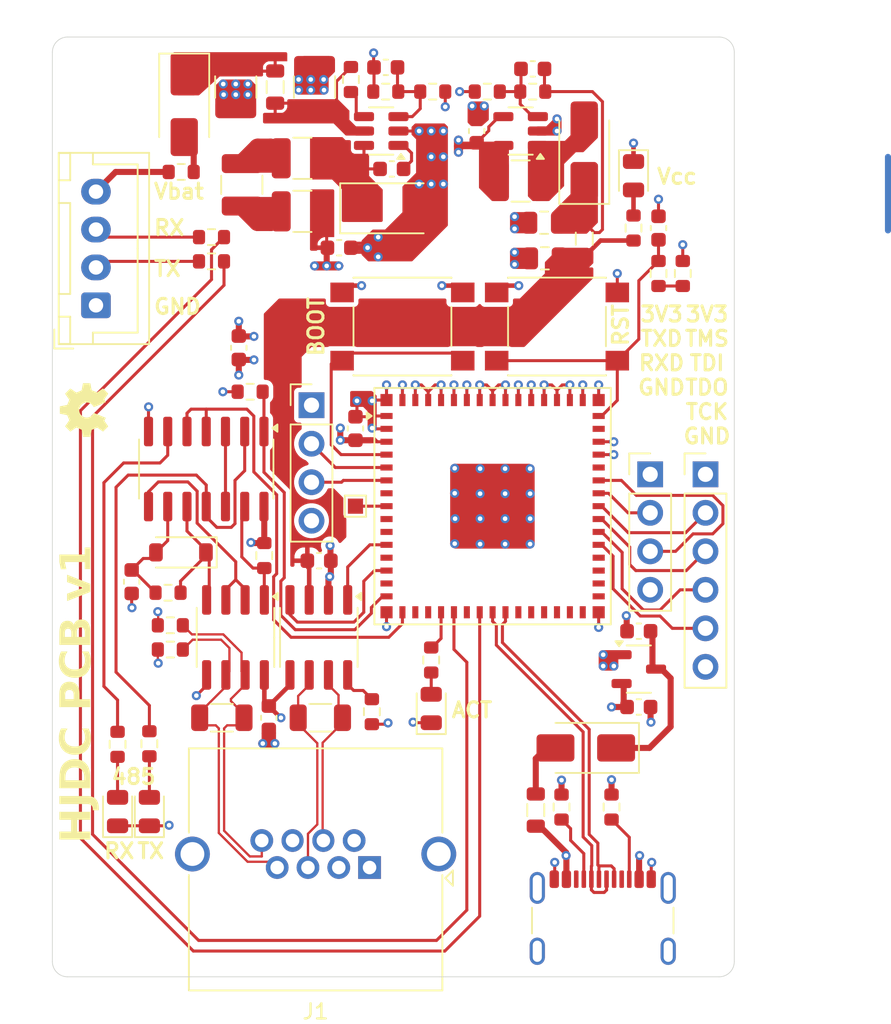
<source format=kicad_pcb>
(kicad_pcb (version 20241229) (generator "pcbnew") (generator_version "9.0")
  (layers (0 "F.Cu" signal) (4 "In1.Cu" signal) (6 "In2.Cu" signal) (2 "B.Cu" signal) (13 "F.Paste" user) (15 "B.Paste" user) (5 "F.SilkS" user "F.Silkscreen") (7 "B.SilkS" user "B.Silkscreen") (1 "F.Mask" user) (3 "B.Mask" user) (25 "Edge.Cuts" user))
  (net 0 "")
  (net 1 "5V0")
  (net 2 "GND")
  (net 3 "3V3")
  (net 4 "Net-(D4-A)")
  (net 5 "Net-(U5-BST)")
  (net 6 "Net-(D9-K)")
  (net 7 "Net-(U5-FB)")
  (net 8 "Net-(U5-VIN)")
  (net 9 "Net-(D10-K)")
  (net 10 "Net-(D1-K)")
  (net 11 "Net-(U6-FB)")
  (net 12 "/ESP_RSTn")
  (net 13 "Net-(D2-K)")
  (net 14 "Net-(D1-A)")
  (net 15 "VBUS")
  (net 16 "Net-(D3-A)")
  (net 17 "Net-(D4-K)")
  (net 18 "Net-(D7-A)")
  (net 19 "Net-(D8-A)")
  (net 20 "Net-(D10-A)")
  (net 21 "Net-(FB3-Pad2)")
  (net 22 "/485_A")
  (net 23 "/CAN_H")
  (net 25 "/485_B")
  (net 27 "/CAN_L")
  (net 29 "Net-(J3-Pin_2)")
  (net 30 "Net-(J3-Pin_3)")
  (net 31 "/BOOTn")
  (net 32 "Net-(J5-Pin_3)")
  (net 33 "Net-(J5-Pin_2)")
  (net 34 "Net-(J6-CC2)")
  (net 35 "Net-(J6-CC1)")
  (net 36 "/USB_DP")
  (net 39 "/TDO")
  (net 40 "/TCK")
  (net 41 "/TMS")
  (net 42 "/TDI")
  (net 43 "Net-(U2-STB)")
  (net 44 "Net-(U3-RO)")
  (net 45 "Net-(R8-Pad1)")
  (net 46 "/485_ESPTX")
  (net 47 "Net-(R10-Pad1)")
  (net 48 "Net-(U5-EN)")
  (net 49 "/JKTX_ESPRX")
  (net 50 "/JKRX_ESPTX")
  (net 51 "Net-(R19-Pad1)")
  (net 52 "/CAN_ESPTX")
  (net 68 "/485_ESPRX")
  (net 71 "/CAN_ESPRX")
  (net 75 "Net-(U3-DE)")
  (net 76 "Net-(D5-A)")
  (net 77 "/NTC")
  (net 78 "/NTC_VCC")
  (net 79 "Net-(U1-IO15)")
  (net 80 "/485_ESPTFLOW")
  (net 81 "Net-(U4-Pad12)")
  (net 82 "/USB_DN")
  (net 83 "Net-(J3-Pin_4)")
  (net 84 "Net-(L1-Pad2)")
  (net 85 "Net-(L3-Pad2)")
  (footprint "Capacitor_SMD:C_0603_1608Metric" (layer "F.Cu") (at 96.607107 120.542893)
    (property "Reference" "C1" (hide yes))
    (property "Value" "1uF 16V")
  )
  (footprint "Resistor_SMD:R_0603_1608Metric" (layer "F.Cu") (at 92.989107 120.202893 -90)
    (property "Reference" "R6" (hide yes))
    (property "Value" "5k1")
  )
  (footprint "Package_SO:SOIC-8_3.9x4.9mm_P1.27mm" (layer "F.Cu") (at 96.589107 125.602893 -90)
    (property "Reference" "U2" (hide yes))
    (property "Value" "TJA1042T-3")
  )
  (footprint "Connector_JST:JST_XH_B4B-XH-A_1x04_P2.50mm_Vertical" (layer "F.Cu") (at 81.882107 103.692893 90)
    (property "Reference" "J3" (hide yes))
    (property "Value" "XH-4A")
  )
  (footprint "Connector_PinHeader_2.54mm:PinHeader_1x06_P2.54mm_Vertical" (layer "F.Cu") (at 122.107107 114.842893)
    (property "Reference" "J7" (hide yes))
    (property "Value" "Conn_01x06_Pin")
  )
  (footprint "Capacitor_SMD:C_0603_1608Metric" (layer "F.Cu") (at 101.407107 94.692893 180)
    (property "Reference" "C6" (hide yes))
    (property "Value" "100nF 50V")
  )
  (footprint "Resistor_SMD:R_0603_1608Metric" (layer "F.Cu") (at 104.107107 89.592893)
    (property "Reference" "R12" (hide yes))
    (property "Value" "22k")
  )
  (footprint "Resistor_SMD:R_1206_3216Metric" (layer "F.Cu") (at 90.189107 130.902893)
    (property "Reference" "R5" (hide yes))
    (property "Value" "120R")
  )
  (footprint "Connector_PinHeader_2.54mm:PinHeader_1x04_P2.54mm_Vertical" (layer "F.Cu") (at 118.457107 114.842893)
    (property "Reference" "J5" (hide yes))
    (property "Value" "Pinheader 1x4 2.54mm")
  )
  (footprint "Resistor_SMD:R_0603_1608Metric" (layer "F.Cu") (at 86.789107 126.402893)
    (property "Reference" "R4" (hide yes))
    (property "Value" "5k1")
  )
  (footprint "Inductor_SMD:L_1210_3225Metric" (layer "F.Cu") (at 95.507107 93.992893 180)
    (property "Reference" "L1" (hide yes))
    (property "Value" "CMI322513U4R7KT")
  )
  (footprint "Capacitor_SMD:C_0603_1608Metric" (layer "F.Cu") (at 93.289107 130.902893 -90)
    (property "Reference" "C4" (hide yes))
    (property "Value" "1uF 16V")
  )
  (footprint "TestPoint:TestPoint_Pad_1.0x1.0mm" (layer "F.Cu") (at 99.007107 116.942893)
    (property "Reference" "TP1" (hide yes))
    (property "Value" "TestPoint")
  )
  (footprint "Resistor_SMD:R_0603_1608Metric" (layer "F.Cu") (at 101.007107 89.592893)
    (property "Reference" "R13" (hide yes))
    (property "Value" "68k")
  )
  (footprint "Capacitor_SMD:C_0603_1608Metric" (layer "F.Cu") (at 107.007107 92.192893 90)
    (property "Reference" "C17" (hide yes))
    (property "Value" "1uF 16V")
  )
  (footprint "LED_SMD:LED_0805_2012Metric" (layer "F.Cu") (at 117.357107 95.142893 -90)
    (property "Reference" "D3" (hide yes))
    (property "Value" "KT-0805G")
  )
  (footprint "Capacitor_SMD:C_1210_3225Metric" (layer "F.Cu") (at 96.307107 89.292893 90)
    (property "Reference" "C9" (hide yes))
    (property "Value" "10uF 100V")
  )
  (footprint "Package_TO_SOT_SMD:SOT-23-6" (layer "F.Cu") (at 100.707107 92.192893 180)
    (property "Reference" "U5" (hide yes))
    (property "Value" "TD1836")
  )
  (footprint "LED_SMD:LED_0805_2012Metric" (layer "F.Cu") (at 104.007107 130.292893 90)
    (property "Reference" "D5" (hide yes))
    (property "Value" "KT-0805G")
  )
  (footprint "Diode_SMD:D_SMA" (layer "F.Cu") (at 87.707107 90.592893 -90)
    (property "Reference" "D10" (hide yes))
    (property "Value" "SS210")
  )
  (footprint "Capacitor_SMD:C_0603_1608Metric" (layer "F.Cu") (at 110.707107 88.092893 180)
    (property "Reference" "C12" (hide yes))
    (property "Value" "1nF 50V")
  )
  (footprint "Resistor_SMD:R_0603_1608Metric" (layer "F.Cu") (at 112.607107 136.792893 90)
    (property "Reference" "R22" (hide yes))
    (property "Value" "5k1")
  )
  (footprint "Capacitor_SMD:C_0603_1608Metric" (layer "F.Cu") (at 117.707107 130.192893)
    (property "Reference" "C16" (hide yes))
    (property "Value" "1uF 16V")
  )
  (footprint "Resistor_SMD:R_0603_1608Metric" (layer "F.Cu") (at 119.007107 101.592893 90)
    (property "Reference" "R19" (hide yes))
    (property "Value" "5k1")
  )
  (footprint "Package_TO_SOT_SMD:SOT-23-5" (layer "F.Cu") (at 109.907107 92.192893 180)
    (property "Reference" "U6" (hide yes))
    (property "Value" "MT3540-F23")
  )
  (footprint "Diode_SMD:D_SOD-123" (layer "F.Cu") (at 87.489107 119.992893 180)
    (property "Reference" "D4" (hide yes))
    (property "Value" "1N4148W")
  )
  (footprint "LED_SMD:LED_0805_2012Metric" (layer "F.Cu") (at 85.407107 137.092893 90)
    (property "Reference" "D7" (hide yes))
    (property "Value" "KT-0805Y")
  )
  (footprint "Capacitor_SMD:C_0603_1608Metric" (layer "F.Cu") (at 91.307107 106.492893 90)
    (property "Reference" "C2" (hide yes))
    (property "Value" "22uF 6V3")
  )
  (footprint "Resistor_SMD:R_0603_1608Metric" (layer "F.Cu") (at 98.707107 88.792893 -90)
    (property "Reference" "R14" (hide yes))
    (property "Value" "1M")
  )
  (footprint "LED_SMD:LED_0805_2012Metric" (layer "F.Cu") (at 83.307107 137.092893 90)
    (property "Reference" "D8" (hide yes))
    (property "Value" "KT-0805Y")
  )
  (footprint "Resistor_SMD:R_0603_1608Metric" (layer "F.Cu") (at 107.707107 89.592893 180)
    (property "Reference" "R18" (hide yes))
    (property "Value" "22k")
  )
  (footprint "Resistor_SMD:R_0603_1608Metric" (layer "F.Cu") (at 86.639107 122.652893 180)
    (property "Reference" "R7" (hide yes))
    (property "Value" "56k")
  )
  (footprint "Resistor_SMD:R_0603_1608Metric" (layer "F.Cu") (at 89.507107 99.192893)
    (property "Reference" "R15" (hide yes))
    (property "Value" "1k")
  )
  (footprint "Resistor_SMD:R_0603_1608Metric" (layer "F.Cu") (at 86.789107 124.802893 180)
    (property "Reference" "R3" (hide yes))
    (property "Value" "5k1")
  )
  (footprint "Capacitor_SMD:C_0603_1608Metric" (layer "F.Cu") (at 117.707107 125.192893 180)
    (property "Reference" "C15" (hide yes))
    (property "Value" "1uF 16V")
  )
  (footprint "Resistor_SMD:R_0603_1608Metric" (layer "F.Cu") (at 117.357107 98.592893 90)
    (property "Reference" "R23" (hide yes))
    (property "Value" "5k1")
  )
  (footprint "Capacitor_SMD:C_0603_1608Metric" (layer "F.Cu") (at 84.239107 121.927893 -90)
    (property "Reference" "C5" (hide yes))
    (property "Value" "100pF 50V")
  )
  (footprint "Capacitor_SMD:C_1210_3225Metric" (layer "F.Cu") (at 91.107107 89.292893 -90)
    (property "Reference" "C10" (hide yes))
    (property "Value" "10uF 100V")
  )
  (footprint "Inductor_SMD:L_0805_2012Metric" (layer "F.Cu") (at 110.907107 136.992893 -90)
    (property "Reference" "FB3" (hide yes))
    (property "Value" "GZ2012D601TF")
  )
  (footprint "Capacitor_SMD:C_0603_1608Metric" (layer "F.Cu") (at 97.932107 99.892893)
    (property "Reference" "C7" (hide yes))
    (property "Value" "22uF 6V3")
  )
  (footprint "Inductor_SMD:L_1210_3225Metric" (layer "F.Cu") (at 95.507107 97.492893)
    (property "Reference" "L4" (hide yes))
    (property "Value" "CMI322513U4R7KT")
  )
  (footprint "Capacitor_SMD:C_0805_2012Metric" (layer "F.Cu") (at 111.457107 98.242893 180)
    (property "Reference" "C11" (hide yes))
    (property "Value" "10uF 16V")
  )
  (footprint "Resistor_SMD:R_0603_1608Metric" (layer "F.Cu") (at 110.707107 89.592893 180)
    (property "Reference" "R17" (hide yes))
    (property "Value" "68k")
  )
  (footprint "Resistor_SMD:R_0603_1608Metric" (layer "F.Cu") (at 104.007107 127.092893 -90)
    (property "Reference" "R11" (hide yes))
    (property "Value" "2k2")
  )
  (footprint "Inductor_SMD:L_0805_2012Metric" (layer "F.Cu") (at 114.107107 99.292893 -90)
    (property "Reference" "FB2" (hide yes))
    (property "Value" "GZ2012D601TF")
  )
  (footprint "Resistor_SMD:R_0603_1608Metric" (layer "F.Cu") (at 87.507107 94.892893)
    (property "Reference" "R24" (hide yes))
    (property "Value" "10R")
  )
  (footprint "Diode_SMD:D_SMA" (layer "F.Cu") (at 114.107107 93.492893 90)
    (property "Reference" "D1" (hide yes))
    (property "Value" "SS210")
  )
  (footprint "Connector_USB:USB_C_Receptacle_GCT_USB4105-xx-A_16P_TopMnt_Horizontal" (layer "F.Cu") (at 115.327107 145.232893)
    (property "Reference" "J6" (hide yes))
    (property "Value" "TYPE-C16PIN")
  )
  (footprint "Diode_SMD:D_SMA" (layer "F.Cu") (at 114.207107 132.892893 180)
    (property "Reference" "D2" (hide yes))
    (property "Value" "SS210")
  )
  (footprint "Capacitor_SMD:C_0603_1608Metric" (layer "F.Cu") (at 119.007107 98.592893 90)
    (property "Reference" "C14" (hide yes))
    (property "Value" "1uF 16V")
  )
  (footprint "Button_Switch_SMD:SW_SPST_PTS645" (layer "F.Cu") (at 102.107107 105.092893)
    (property "Reference" "SW2" (hide yes))
    (property "Value" "TPS645-5NC105")
  )
  (footprint "Inductor_SMD:L_1210_3225Metric" (layer "F.Cu") (at 109.907107 95.492893)
    (property "Reference" "L2" (hide yes))
    (property "Value" "CMI322513U4R7KT")
  )
  (footprint "Resistor_SMD:R_0603_1608Metric" (layer "F.Cu") (at 85.407107 132.617893 -90)
    (property "Reference" "R8" (hide yes))
    (property "Value" "2k2")
  )
  (footprint "MountingHole:MountingHole_3.2mm_M3_ISO7380" (layer "F.Cu") (at 120.507107 89.492893)
    (property "Reference" "H2" (hide yes))
    (property "Value" "Mounting Hole M3")
  )
  (footprint "Package_TO_SOT_SMD:SOT-23-3" (layer "F.Cu") (at 117.707107 127.692893)
    (property "Reference" "U7" (hide yes))
    (property "Value" "XC6206P332MR")
  )
  (footprint "Button_Switch_SMD:SW_SPST_PTS645" (layer "F.Cu") (at 112.307107 105.092893)
    (property "Reference" "SW1" (hide yes))
    (property "Value" "TPS645-5NC105")
  )
  (footprint "Package_SO:SOIC-14_3.9x8.7mm_P1.27mm" (layer "F.Cu") (at 89.159107 114.492893 -90)
    (property "Reference" "U4" (hide yes))
    (property "Value" "CD4069BM")
  )
  (footprint "Inductor_SMD:L_1210_3225Metric" (layer "F.Cu") (at 91.507107 95.742893 -90)
    (property "Reference" "L3" (hide yes))
    (property "Value" "CMI322513U4R7KT")
  )
  (footprint "Capacitor_SMD:C_0805_2012Metric" (layer "F.Cu") (at 111.507107 100.592893 180)
    (property "Reference" "C13" (hide yes))
    (property "Value" "10uF 16V")
  )
  (footprint "RF_Module:ESP32-S2-MINI-1U" (layer "F.Cu") (at 108.057107 116.942893)
    (property "Reference" "U1" (hide yes))
    (property "Value" "ESP32-S2-MINI-2U-N4R2")
  )
  (footprint "Inductor_SMD:L_0805_2012Metric" (layer "F.Cu") (at 93.707107 89.292893 -90)
    (property "Reference" "FB1" (hide yes))
    (property "Value" "GZ2012D601TF")
  )
  (footprint "Resistor_SMD:R_0603_1608Metric" (layer "F.Cu") (at 100.089107 130.502893 -90)
    (property "Reference" "R2" (hide yes))
    (property "Value" "1k")
  )
  (footprint "Capacitor_SMD:C_0603_1608Metric" (layer "F.Cu") (at 99.007107 111.817893 90)
    (property "Reference" "C3" (hide yes))
    (property "Value" "100nF 50V")
  )
  (footprint "Resistor_SMD:R_0603_1608Metric" (layer "F.Cu") (at 115.907107 136.792893 90)
    (property "Reference" "R21" (hide yes))
    (property "Value" "5k1")
  )
  (footprint "Resistor_SMD:R_0603_1608Metric" (layer "F.Cu") (at 120.607107 101.592893 -90)
    (property "Reference" "R20" (hide yes))
    (property "Value" "5k1")
  )
  (footprint "Connector_RJ:RJ45_Amphenol_RJHSE5380" (layer "F.Cu") (at 99.937107 140.782893 180)
    (property "Reference" "J1")
    (property "Value" "R-RJ45R08P-B000")
  )
  (footprint "Resistor_SMD:R_0603_1608Metric" (layer "F.Cu") (at 89.507107 100.792893)
    (property "Reference" "R16" (hide yes))
    (property "Value" "1k")
  )
  (footprint "Diode_SMD:D_SMA" (layer "F.Cu") (at 101.507107 97.292893)
    (property "Reference" "D9" (hide yes))
    (property "Value" "SS210")
  )
  (footprint "Package_SO:SOIC-8_3.9x4.9mm_P1.27mm" (layer "F.Cu") (at 91.089107 125.602893 -90)
    (property "Reference" "U3" (hide yes))
    (property "Value" "SP3485")
  )
  (footprint "MountingHole:MountingHole_3.2mm_M3_ISO7380" (layer "F.Cu") (at 120.507107 136.492893)
    (property "Reference" "H4" (hide yes))
    (property "Value" "Mounting Hole M3")
  )
  (footprint "Capacitor_SMD:C_0603_1608Metric" (layer "F.Cu") (at 101.007107 87.992893)
    (property "Reference" "C8" (hide yes))
    (property "Value" "1nF 50V")
  )
  (footprint "MountingHole:MountingHole_3.2mm_M3_ISO7380" (layer "F.Cu") (at 82.507107 144.492893)
    (property "Reference" "H3" (hide yes))
    (property "Value" "Mounting Hole M3")
  )
  (footprint "Resistor_SMD:R_0603_1608Metric" (layer "F.Cu") (at 92.057107 109.392893)
    (property "Reference" "R9" (hide yes))
    (property "Value" "5k1")
  )
  (footprint "Connector_PinHeader_2.54mm:PinHeader_1x04_P2.54mm_Vertical" (layer "F.Cu") (at 96.107107 110.282893)
    (property "Reference" "J2" (hide yes))
    (property "Value" "Pinheader 1x4 2.54mm")
  )
  (footprint "MountingHole:MountingHole_3.2mm_M3_ISO7380" (layer "F.Cu") (at 82.507107 89.492893)
    (property "Reference" "H1" (hide yes))
    (property "Value" "Mounting Hole M3")
  )
  (footprint "Resistor_SMD:R_1206_3216Metric" (layer "F.Cu") (at 96.689107 130.902893 180)
    (property "Reference" "R1" (hide yes))
    (property "Value" "120R")
  )
  (footprint "Resistor_SMD:R_0603_1608Metric" (layer "F.Cu") (at 83.307107 132.655393 -90)
    (property "Reference" "R10" (hide yes))
    (property "Value" "2k2")
  )
  (gr_poly (pts (xy 112.057107 100.427268) (xy 112.491482 99.992893) (xy 114.300857 99.992893) (xy 114.607107 100.299143) (xy 114.607107 100.867893) (xy 114.237107 101.237893) (xy 112.364607 101.237893) (xy 112.057107 100.930393)) (stroke (width 0.2)) (fill yes) (layer "F.Cu") (net 1))
  (gr_poly (pts (xy 108.837107 96.712893) (xy 109.031466 96.518534) (xy 109.037107 93.342893) (xy 107.257107 93.342893) (xy 107.257107 95.907893) (xy 108.062107 96.712893)) (stroke (width 0.2)) (fill yes) (layer "F.Cu") (net 3))
  (gr_line (start 93.707107 88.242893) (end 93.707107 87.292893) (stroke (width 0.2)) (layer "F.Cu") (net 9))
  (gr_poly (pts (xy 96.107107 96.142893) (xy 97.507107 96.142893) (xy 97.507107 99.092893) (xy 96.914689 99.092893) (xy 96.688357 99.186643) (xy 96.47742 99.39758) (xy 96.407107 99.56733) (xy 96.407107 99.992893) (xy 96.107107 99.992893)) (stroke (width 0.2)) (fill yes) (layer "F.Cu") (net 3))
  (gr_poly (pts (xy 99.507107 99.467893) (xy 100.182107 98.792893) (xy 101.007107 98.792893) (xy 102.207107 97.592893) (xy 102.207107 95.892893) (xy 103.107107 94.992893) (xy 103.107107 92.692893) (xy 102.807107 92.392893) (xy 102.807107 91.967893) (xy 102.982107 91.792893) (xy 104.850857 91.792893) (xy 105.007107 91.949143) (xy 105.007107 98.392893) (xy 102.707107 100.692893) (xy 99.888357 100.692893) (xy 99.507107 100.311643)) (stroke (width 0.2)) (fill yes) (layer "F.Cu") (net 2))
  (gr_rect (start 92.814107 131.902893) (end 93.764107 132.702893) (fill yes) (layer "F.Cu") (net 2))
  (gr_line (start 98.507107 99.892893) (end 99.707107 99.892893) (stroke (width 0.4)) (layer "F.Cu") (net 2))
  (gr_poly (pts (xy 96.107107 95.292893) (xy 97.507107 95.292893) (xy 98.207107 95.992893) (xy 98.207107 98.092893) (xy 100.707107 98.092893) (xy 100.707107 96.092893) (xy 99.807107 95.192893) (xy 99.807107 93.792893) (xy 98.907107 93.792893) (xy 98.707107 93.692893) (xy 98.607107 93.492893) (xy 98.607107 92.892893) (xy 98.307107 92.892893) (xy 98.107107 92.692893) (xy 96.107107 92.692893)) (stroke (width 0.2)) (fill yes) (layer "F.Cu") (net 6))
  (gr_line (start 111.807107 92.192893) (end 112.307107 91.692893) (stroke (width 0.3)) (layer "F.Cu") (net 2))
  (gr_line (start 93.707107 88.242893) (end 92.507107 88.242893) (stroke (width 0.2)) (layer "F.Cu") (net 9))
  (gr_line (start 98.707107 99.592893) (end 99.807107 99.592893) (stroke (width 0.2)) (layer "F.Cu") (net 2))
  (gr_poly (pts (xy 106.682107 91.767893) (xy 106.507107 91.592893) (xy 106.507107 90.576877) (xy 106.741091 90.342893) (xy 107.443045 90.342893) (xy 107.707107 90.606955) (xy 107.707107 91.417893) (xy 107.307107 91.767893)) (stroke (width 0.2)) (fill yes) (layer "F.Cu") (net 2))
  (gr_poly (pts (xy 96.107107 101.092893) (xy 96.307107 100.892893) (xy 97.907107 100.892893) (xy 98.107107 101.092893) (xy 97.907107 101.292893) (xy 96.307107 101.292893)) (stroke (width 0.2)) (fill yes) (layer "F.Cu") (net 3))
  (gr_line (start 100.257107 112.492893) (end 100.457107 112.692893) (stroke (width 0.2)) (layer "F.Cu") (net 3))
  (gr_line (start 100.257107 112.492893) (end 100.007107 112.492893) (stroke (width 0.2)) (layer "F.Cu") (net 3))
  (gr_poly (pts (xy 99.907107 92.392893) (xy 98.407107 92.392893) (xy 97.607107 91.592893) (xy 94.607107 91.592893) (xy 93.007107 91.592893) (xy 93.007107 91.092893) (xy 94.195928 91.092893) (xy 94.343045 91.031955) (xy 94.525858 90.849142) (xy 94.607107 90.652989) (xy 94.607107 90.192893) (xy 97.807107 90.192893) (xy 98.507107 90.892893) (xy 98.507107 91.492893) (xy 99.007107 91.992893) (xy 99.907107 91.992893)) (stroke (width 0.2)) (fill yes) (layer "F.Cu") (net 8))
  (gr_poly (pts (xy 105.257107 114.442893) (xy 105.557107 114.142893) (xy 110.507107 114.142893) (xy 110.832107 114.467893) (xy 110.832107 119.442893) (xy 110.532107 119.742893) (xy 105.557107 119.742893) (xy 105.257107 119.442893)) (fill yes) (layer "F.Cu") (net 2))
  (gr_poly (pts (xy 112.057107 97.642893) (xy 113.307107 96.392893) (xy 113.307107 94.442893) (xy 113.407107 94.342893) (xy 114.807107 94.342893) (xy 114.907107 94.442893) (xy 114.907107 98.192893) (xy 114.232107 98.867893) (xy 112.344607 98.867893) (xy 112.057107 98.580393)) (stroke (width 0.2)) (fill yes) (layer "F.Cu") (net 10))
  (gr_line (start 93.707107 90.392893) (end 93.707107 91.292893) (stroke (width 0.2)) (layer "F.Cu") (net 8))
  (gr_poly (pts (xy 109.307107 98.642893) (xy 109.507107 98.842893) (xy 110.619607 98.842893) (xy 110.907107 98.555393) (xy 110.907107 97.892893) (xy 110.657107 97.642893) (xy 109.457107 97.642893) (xy 109.307107 97.792893)) (stroke (width 0.2)) (fill yes) (layer "F.Cu") (net 2))
  (gr_line (start 98.757107 100.192893) (end 99.857107 100.192893) (stroke (width 0.2)) (layer "F.Cu") (net 2))
  (gr_poly (pts (xy 110.487107 93.112893) (xy 110.657107 92.942893) (xy 111.557107 92.942893) (xy 112.869607 92.942893) (xy 113.307107 92.505393) (xy 113.307107 90.650705) (xy 113.614919 90.342893) (xy 114.538357 90.342893) (xy 114.907107 90.711643) (xy 114.907107 92.592893) (xy 114.007107 93.492893) (xy 113.509607 93.492893) (xy 112.677107 94.325393) (xy 112.677107 95.787893) (xy 111.752107 96.712893) (xy 110.738357 96.712893) (xy 110.487107 96.461643) (xy 110.487107 94.792893)) (stroke (width 0.2)) (fill yes) (layer "F.Cu") (net 14))
  (gr_poly (pts (xy 95.307107 89.692893) (xy 95.057107 89.442893) (xy 95.057107 87.892893) (xy 95.607107 87.342893) (xy 97.269607 87.342893) (xy 97.557107 87.630393) (xy 97.557107 88.242893) (xy 97.137107 88.662893) (xy 97.137107 89.487893) (xy 96.932107 89.692893)) (stroke (width 0.2)) (fill yes) (layer "F.Cu") (net 2))
  (gr_line (start 97.107107 99.892893) (end 97.107107 101.092893) (stroke (width 0.4)) (layer "F.Cu") (net 3))
  (gr_poly (pts (xy 86.907107 87.242893) (xy 87.057107 87.092893) (xy 90.107107 87.092893) (xy 94.407107 87.092893) (xy 94.407107 87.492893) (xy 93.247011 87.492893) (xy 93.050858 87.574142) (xy 92.868045 87.756955) (xy 92.807107 87.904072) (xy 92.807107 88.492893) (xy 90.012107 88.492893) (xy 88.637108 89.742893) (xy 87.307107 89.742893) (xy 86.907107 89.342893)) (stroke (width 0.2)) (fill yes) (layer "F.Cu") (net 9))
  (gr_poly (pts (xy 98.757107 110.292893) (xy 99.557107 110.292893) (xy 99.907107 110.642893) (xy 99.907107 111.792893) (xy 100.307107 111.792893) (xy 100.307107 109.692893) (xy 100.057107 109.442893) (xy 98.757107 109.442893)) (stroke (width 0.2)) (fill yes) (layer "F.Cu") (net 2))
  (gr_poly (pts (xy 109.307107 100.992893) (xy 109.507107 101.192893) (xy 110.619607 101.192893) (xy 110.907107 100.905393) (xy 110.907107 100.192893) (xy 110.707107 99.992893) (xy 109.457107 99.992893) (xy 109.307107 100.142893)) (stroke (width 0.2)) (fill yes) (layer "F.Cu") (net 2))
  (gr_line (start 111.607107 92.092893) (end 112.207107 91.492893) (stroke (width 0.3)) (layer "F.Cu") (net 2))
  (gr_poly (pts (xy 90.201248 88.892893) (xy 89.857107 89.237034) (xy 89.857107 91.092893) (xy 90.007107 91.242893) (xy 92.064243 91.242893) (xy 92.357107 90.986637) (xy 92.357107 89.216329) (xy 92.033671 88.892893)) (stroke (width 0.2)) (fill yes) (layer "F.Cu") (net 2))
  (gr_poly (pts (xy 79.496979 110.375618) (xy 79.497054 110.374611) (xy 79.497177 110.373608) (xy 79.497348 110.372613) (xy 79.497564 110.371625) (xy 79.497825 110.370647) (xy 79.498129 110.369679) (xy 79.498476 110.368724) (xy 79.498863 110.367783) (xy 79.499291 110.366858) (xy 79.499756 110.365949) (xy 79.500259 110.365059) (xy 79.500798 110.364189) (xy 79.501372 110.36334) (xy 79.50198 110.362514) (xy 79.502619 110.361713) (xy 79.50329 110.360937) (xy 79.503991 110.360189) (xy 79.50472 110.35947) (xy 79.505477 110.358781) (xy 79.50626 110.358124) (xy 79.507067 110.3575) (xy 79.507899 110.356911) (xy 79.508752 110.356358) (xy 79.509627 110.355844) (xy 79.510522 110.355368) (xy 79.511436 110.354933) (xy 79.512367 110.354541) (xy 79.513315 110.354193) (xy 79.514277 110.353889) (xy 79.515253 110.353633) (xy 79.516242 110.353425) (xy 79.966113 110.269684) (xy 79.96711 110.269472) (xy 79.96811 110.269216) (xy 79.970114 110.268572) (xy 79.972112 110.267764) (xy 79.97409 110.266803) (xy 79.976036 110.265701) (xy 79.977936 110.264468) (xy 79.979778 110.263117) (xy 79.981548 110.261657) (xy 79.983234 110.260102) (xy 79.984822 110.258461) (xy 79.986299 110.256746) (xy 79.987652 110.254969) (xy 79.988869 110.25314) (xy 79.989935 110.251272) (xy 79.990408 110.250326) (xy 79.990839 110.249374) (xy 79.991225 110.248418) (xy 79.991566 110.247459) (xy 80.114994 109.94594) (xy 80.115819 109.944067) (xy 80.116508 109.94208) (xy 80.117062 109.939998) (xy 80.117482 109.937837) (xy 80.117771 109.935615) (xy 80.117928 109.93335) (xy 80.117956 109.931059) (xy 80.117855 109.928759) (xy 80.117626 109.926468) (xy 80.117272 109.924204) (xy 80.116792 109.921984) (xy 80.116188 109.919825) (xy 80.115462 109.917745) (xy 80.114615 109.915761) (xy 80.113647 109.913891) (xy 80.11256 109.912153) (xy 79.854644 109.536312) (xy 79.854093 109.535466) (xy 79.853584 109.534594) (xy 79.853118 109.533699) (xy 79.852695 109.532783) (xy 79.852314 109.531848) (xy 79.851976 109.530895) (xy 79.851679 109.529927) (xy 79.851425 109.528945) (xy 79.851212 109.527951) (xy 79.85104 109.526948) (xy 79.850821 109.52492) (xy 79.850766 109.522876) (xy 79.850874 109.520831) (xy 79.851143 109.518801) (xy 79.851571 109.5168) (xy 79.852159 109.514845) (xy 79.852511 109.513889) (xy 79.852903 109.51295) (xy 79.853333 109.51203) (xy 79.853803 109.511131) (xy 79.854311 109.510255) (xy 79.854857 109.509403) (xy 79.855441 109.508578) (xy 79.856064 109.507782) (xy 79.856724 109.507016) (xy 79.857422 109.506282) (xy 80.173943 109.189761) (xy 80.174677 109.189063) (xy 80.175443 109.188403) (xy 80.17624 109.187781) (xy 80.177066 109.187198) (xy 80.177918 109.186652) (xy 80.178795 109.186146) (xy 80.180615 109.185249) (xy 80.182512 109.184508) (xy 80.18447 109.183924) (xy 80.186472 109.183498) (xy 80.188505 109.183232) (xy 80.190553 109.183127) (xy 80.192599 109.183183) (xy 80.19463 109.183402) (xy 80.196628 109.183785) (xy 80.19858 109.184334) (xy 80.199534 109.184671) (xy 80.20047 109.185049) (xy 80.201386 109.185469) (xy 80.202281 109.185932) (xy 80.203153 109.186436) (xy 80.204 109.186983) (xy 80.573358 109.440401) (xy 80.575104 109.441491) (xy 80.576977 109.442458) (xy 80.578959 109.443302) (xy 80.581035 109.444021) (xy 80.583186 109.444614) (xy 80.585396 109.44508) (xy 80.587648 109.445418) (xy 80.589924 109.445627) (xy 80.592209 109.445705) (xy 80.594484 109.445652) (xy 80.596733 109.445467) (xy 80.598938 109.445149) (xy 80.601083 109.444696) (xy 80.603151 109.444107) (xy 80.605125 109.443381) (xy 80.606987 109.442518) (xy 80.918031 109.309194) (xy 80.919941 109.308433) (xy 80.921833 109.307496) (xy 80.923697 109.306399) (xy 80.925521 109.305153) (xy 80.927293 109.303772) (xy 80.929003 109.302269) (xy 80.930639 109.300658) (xy 80.932189 109.298951) (xy 80.933644 109.297162) (xy 80.93499 109.295304) (xy 80.936218 109.293391) (xy 80.937315 109.291435) (xy 80.938271 109.289449) (xy 80.939074 109.287448) (xy 80.939713 109.285444) (xy 80.940177 109.28345) (xy 81.02106 108.848502) (xy 81.021059 108.848502) (xy 81.021272 108.847515) (xy 81.021533 108.846541) (xy 81.02184 108.845581) (xy 81.022192 108.844635) (xy 81.022588 108.843706) (xy 81.023025 108.842794) (xy 81.023503 108.841901) (xy 81.02402 108.841027) (xy 81.025165 108.839345) (xy 81.026448 108.837757) (xy 81.027859 108.836274) (xy 81.029384 108.834905) (xy 81.031012 108.833661) (xy 81.032732 108.83255) (xy 81.034532 108.831584) (xy 81.035458 108.831158) (xy 81.0364 108.830772) (xy 81.037356 108.830427) (xy 81.038324 108.830125) (xy 81.039303 108.829866) (xy 81.040293 108.829651) (xy 81.04129 108.829483) (xy 81.042294 108.829362) (xy 81.043303 108.829289) (xy 81.044316 108.829266) (xy 81.491965 108.829319) (xy 81.492976 108.829345) (xy 81.493983 108.82942) (xy 81.494986 108.829543) (xy 81.495983 108.829714) (xy 81.496972 108.829931) (xy 81.497952 108.830192) (xy 81.498921 108.830498) (xy 81.499877 108.830845) (xy 81.50082 108.831233) (xy 81.501747 108.831661) (xy 81.502658 108.832128) (xy 81.50355 108.832632) (xy 81.504422 108.833172) (xy 81.505273 108.833746) (xy 81.5061 108.834354) (xy 81.506904 108.834995) (xy 81.507681 108.835666) (xy 81.508431 108.836367) (xy 81.509152 108.837097) (xy 81.509842 108.837854) (xy 81.510501 108.838637) (xy 81.511126 108.839444) (xy 81.511715 108.840275) (xy 81.512269 108.841129) (xy 81.512784 108.842003) (xy 81.513259 108.842897) (xy 81.513694 108.84381) (xy 81.514085 108.84474) (xy 81.514433 108.845686) (xy 81.514735 108.846647) (xy 81.514989 108.847621) (xy 81.515195 108.848607) (xy 81.594147 109.272867) (xy 81.594351 109.273865) (xy 81.594603 109.274866) (xy 81.594898 109.275868) (xy 81.595238 109.276868) (xy 81.59604 109.27886) (xy 81.596999 109.280828) (xy 81.598103 109.28276) (xy 81.599339 109.284644) (xy 81.600697 109.286467) (xy 81.602164 109.288216) (xy 81.603729 109.289878) (xy 81.60538 109.291442) (xy 81.607107 109.292893) (xy 81.608896 109.29422) (xy 81.610737 109.29541) (xy 81.612617 109.29645) (xy 81.614526 109.297327) (xy 81.615487 109.2977) (xy 81.616451 109.298029) (xy 81.947313 109.430479) (xy 81.949195 109.431298) (xy 81.951188 109.431981) (xy 81.953275 109.43253) (xy 81.955438 109.432944) (xy 81.957661 109.433227) (xy 81.959926 109.433378) (xy 81.962216 109.4334) (xy 81.964514 109.433294) (xy 81.966802 109.43306) (xy 81.969063 109.432702) (xy 81.97128 109.432219) (xy 81.973436 109.431614) (xy 81.975513 109.430887) (xy 81.977494 109.43004) (xy 81.979362 109.429075) (xy 81.9811 109.427992) (xy 82.332282 109.186983) (xy 82.333128 109.186432) (xy 82.334 109.185923) (xy 82.334896 109.185458) (xy 82.335813 109.185034) (xy 82.336749 109.184653) (xy 82.337704 109.184315) (xy 82.338674 109.184018) (xy 82.339657 109.183764) (xy 82.340653 109.183551) (xy 82.341658 109.183379) (xy 82.343691 109.18316) (xy 82.345739 109.183105) (xy 82.347789 109.183213) (xy 82.349825 109.183482) (xy 82.35183 109.183911) (xy 82.35379 109.184498) (xy 82.354748 109.18485) (xy 82.355688 109.185242) (xy 82.35661 109.185672) (xy 82.357511 109.186142) (xy 82.358388 109.18665) (xy 82.359241 109.187196) (xy 82.360067 109.18778) (xy 82.360864 109.188403) (xy 82.361631 109.189063) (xy 82.362365 109.189761) (xy 82.678885 109.506335) (xy 82.679579 109.507064) (xy 82.680235 109.507826) (xy 82.680853 109.508619) (xy 82.681434 109.509441) (xy 82.681976 109.51029) (xy 82.682481 109.511165) (xy 82.683375 109.512981) (xy 82.684115 109.514875) (xy 82.684699 109.51683) (xy 82.685126 109.518832) (xy 82.685394 109.520864) (xy 82.685503 109.522912) (xy 82.68545 109.524959) (xy 82.685234 109.526991) (xy 82.684854 109.528991) (xy 82.684308 109.530944) (xy 82.683973 109.531898) (xy 82.683595 109.532834) (xy 82.683176 109.533751) (xy 82.682714 109.534647) (xy 82.68221 109.535519) (xy 82.681664 109.536365) (xy 82.444888 109.881355) (xy 82.443809 109.88309) (xy 82.442862 109.884947) (xy 82.442049 109.886911) (xy 82.441369 109.888964) (xy 82.440824 109.89109) (xy 82.440412 109.893271) (xy 82.440135 109.895491) (xy 82.439993 109.897733) (xy 82.439987 109.89998) (xy 82.440115 109.902215) (xy 82.44038 109.904422) (xy 82.440781 109.906582) (xy 82.441318 109.90868) (xy 82.441991 109.910698) (xy 82.442802 109.91262) (xy 82.443751 109.914429) (xy 82.524978 110.066564) (xy 82.52541 110.067474) (xy 82.52579 110.068391) (xy 82.526119 110.069314) (xy 82.526396 110.070242) (xy 82.526623 110.071172) (xy 82.5268 110.072104) (xy 82.526928 110.073035) (xy 82.527007 110.073964) (xy 82.527037 110.07489) (xy 82.52702 110.075811) (xy 82.526956 110.076725) (xy 82.526845 110.077631) (xy 82.526689 110.078527) (xy 82.526487 110.079411) (xy 82.526241 110.080282) (xy 82.52595 110.081139) (xy 82.525616 110.08198) (xy 82.525238 110.082803) (xy 82.524819 110.083606) (xy 82.524357 110.084388) (xy 82.523855 110.085148) (xy 82.523312 110.085884) (xy 82.522728 110.086594) (xy 82.522105 110.087277) (xy 82.521443 110.087931) (xy 82.520743 110.088555) (xy 82.520005 110.089146) (xy 82.51923 110.089704) (xy 82.518419 110.090226) (xy 82.517571 110.090712) (xy 82.516688 110.09116) (xy 82.51577 110.091567) (xy 81.757792 110.405231) (xy 81.756849 110.405593) (xy 81.755892 110.405908) (xy 81.754922 110.406175) (xy 81.753941 110.406395) (xy 81.752952 110.40657) (xy 81.751956 110.406698) (xy 81.750954 110.406782) (xy 81.749949 110.406821) (xy 81.748942 110.406816) (xy 81.747935 110.406768) (xy 81.74693 110.406677) (xy 81.745928 110.406545) (xy 81.744933 110.406371) (xy 81.743944 110.406157) (xy 81.742965 110.405902) (xy 81.741996 110.405608) (xy 81.74104 110.405275) (xy 81.740099 110.404903) (xy 81.739174 110.404494) (xy 81.738267 110.404048) (xy 81.73738 110.403565) (xy 81.736515 110.403047) (xy 81.735674 110.402493) (xy 81.734857 110.401904) (xy 81.734068 110.401282) (xy 81.733308 110.400626) (xy 81.732578 110.399937) (xy 81.731881 110.399216) (xy 81.731219 110.398464) (xy 81.730592 110.39768) (xy 81.730004 110.396867) (xy 81.729455 110.396023) (xy 81.706145 110.35795) (xy 81.7044 110.355209) (xy 81.702408 110.352283) (xy 81.700213 110.349227) (xy 81.697857 110.346096) (xy 81.695385 110.342945) (xy 81.69284 110.33983) (xy 81.690265 110.336805) (xy 81.687704 110.333925) (xy 81.670452 110.308721) (xy 81.651721 110.284668) (xy 81.631576 110.26183) (xy 81.610082 110.240274) (xy 81.587304 110.220065) (xy 81.563308 110.201268) (xy 81.538158 110.183951) (xy 81.511921 110.168177) (xy 81.484661 110.154013) (xy 81.456444 110.141525) (xy 81.427335 110.130778) (xy 81.3974 110.121838) (xy 81.366702 110.11477) (xy 81.335309 110.10964) (xy 81.303284 110.106514) (xy 81.270694 110.105458) (xy 81.245218 110.106102) (xy 81.220076 110.108013) (xy 81.1953 110.111162) (xy 81.17092 110.115515) (xy 81.146969 110.121043) (xy 81.123476 110.127714) (xy 81.100473 110.135497) (xy 81.077991 110.144361) (xy 81.056062 110.154275) (xy 81.034716 110.165207) (xy 81.013984 110.177127) (xy 80.993898 110.190004) (xy 80.974488 110.203805) (xy 80.955787 110.218502) (xy 80.937824 110.234061) (xy 80.92063 110.250453) (xy 80.904238 110.267645) (xy 80.888679 110.285607) (xy 80.873982 110.304308) (xy 80.86018 110.323717) (xy 80.847303 110.343802) (xy 80.835382 110.364533) (xy 80.82445 110.385878) (xy 80.814536 110.407806) (xy 80.805672 110.430286) (xy 80.797889 110.453287) (xy 80.791218 110.476778) (xy 80.78569 110.500728) (xy 80.781336 110.525106) (xy 80.778188 110.54988) (xy 80.776276 110.575019) (xy 80.775632 110.600493) (xy 80.776276 110.625967) (xy 80.778188 110.651107) (xy 80.781336 110.675881) (xy 80.78569 110.700259) (xy 80.791218 110.72421) (xy 80.797889 110.747701) (xy 80.805672 110.770703) (xy 80.814536 110.793184) (xy 80.82445 110.815114) (xy 80.835382 110.836459) (xy 80.847303 110.857191) (xy 80.86018 110.877277) (xy 80.873982 110.896687) (xy 80.888679 110.915389) (xy 80.904238 110.933353) (xy 80.92063 110.950547) (xy 80.937824 110.966939) (xy 80.955787 110.9825) (xy 80.974488 110.997197) (xy 80.993898 111.011) (xy 81.013984 111.023878) (xy 81.034716 111.035799) (xy 81.056062 111.046733) (xy 81.077991 111.056647) (xy 81.100473 111.065512) (xy 81.123476 111.073296) (xy 81.146969 111.079968) (xy 81.17092 111.085496) (xy 81.1953 111.08985) (xy 81.220076 111.092999) (xy 81.245218 111.094911) (xy 81.270694 111.095555) (xy 81.287056 111.095289) (xy 81.303284 111.094498) (xy 81.319371 111.093189) (xy 81.335309 111.091371) (xy 81.351089 111.089052) (xy 81.366702 111.08624) (xy 81.382142 111.082944) (xy 81.3974 111.079171) (xy 81.412467 111.07493) (xy 81.427335 111.070229) (xy 81.441997 111.065076) (xy 81.456445 111.05948) (xy 81.470669 111.053449) (xy 81.484662 111.04699) (xy 81.511921 111.032825) (xy 81.538158 111.017051) (xy 81.563308 110.999732) (xy 81.587304 110.980936) (xy 81.610082 110.960728) (xy 81.631576 110.939173) (xy 81.651721 110.916337) (xy 81.670452 110.892287) (xy 81.687704 110.867087) (xy 81.690265 110.864191) (xy 81.69284 110.861156) (xy 81.695385 110.858034) (xy 81.697857 110.85488) (xy 81.700212 110.851746) (xy 81.702408 110.848688) (xy 81.7044 110.845758) (xy 81.706145 110.84301) (xy 81.729455 110.804936) (xy 81.730004 110.804088) (xy 81.730592 110.80327) (xy 81.731219 110.802483) (xy 81.731881 110.801727) (xy 81.732578 110.801003) (xy 81.733308 110.800311) (xy 81.734857 110.799029) (xy 81.736515 110.797884) (xy 81.738267 110.796881) (xy 81.740099 110.796026) (xy 81.741996 110.795322) (xy 81.743944 110.794775) (xy 81.745928 110.794389) (xy 81.747935 110.794169) (xy 81.749949 110.79412) (xy 81.751956 110.794247) (xy 81.752952 110.794378) (xy 81.753941 110.794554) (xy 81.754922 110.794777) (xy 81.755892 110.795046) (xy 81.756849 110.795364) (xy 81.757792 110.795729) (xy 82.515744 111.109419) (xy 82.516662 111.109826) (xy 82.517545 111.110274) (xy 82.518393 111.11076) (xy 82.519205 111.111283) (xy 82.519981 111.111841) (xy 82.520719 111.112433) (xy 82.52142 111.113058) (xy 82.522083 111.113712) (xy 82.522706 111.114396) (xy 82.523291 111.115107) (xy 82.523835 111.115843) (xy 82.524338 111.116604) (xy 82.5248 111.117387) (xy 82.525221 111.118192) (xy 82.525599 111.119015) (xy 82.525934 111.119856) (xy 82.526225 111.120714) (xy 82.526472 111.121586) (xy 82.526674 111.12247) (xy 82.526831 111.123367) (xy 82.526941 111.124272) (xy 82.527006 111.125186) (xy 82.527022 111.126107) (xy 82.526992 111.127032) (xy 82.526912 111.127961) (xy 82.526784 111.128892) (xy 82.526606 111.129822) (xy 82.526378 111.130752) (xy 82.526099 111.131678) (xy 82.525769 111.132599) (xy 82.525386 111.133514) (xy 82.524951 111.134422) (xy 82.443724 111.286557) (xy 82.442776 111.288361) (xy 82.441966 111.29028) (xy 82.441294 111.292296) (xy 82.440758 111.294393) (xy 82.440359 111.296552) (xy 82.440096 111.298759) (xy 82.439969 111.300994) (xy 82.439977 111.303242) (xy 82.44012 111.305486) (xy 82.440398 111.307707) (xy 82.440809 111.309891) (xy 82.441354 111.312018) (xy 82.442032 111.314072) (xy 82.442843 111.316037) (xy 82.443787 111.317896) (xy 82.444862 111.31963) (xy 82.681638 111.664594) (xy 82.682184 111.665443) (xy 82.682688 111.666317) (xy 82.68315 111.667214) (xy 82.683569 111.668133) (xy 82.683946 111.66907) (xy 82.684282 111.670026) (xy 82.684575 111.670996) (xy 82.684827 111.67198) (xy 82.685038 111.672976) (xy 82.685207 111.673981) (xy 82.685423 111.676013) (xy 82.685476 111.678061) (xy 82.685368 111.680108) (xy 82.6851 111.682141) (xy 82.684673 111.684143) (xy 82.684089 111.686099) (xy 82.683738 111.687055) (xy 82.683349 111.687993) (xy 82.682921 111.688913) (xy 82.682455 111.689811) (xy 82.68195 111.690686) (xy 82.681407 111.691537) (xy 82.680827 111.69236) (xy 82.680209 111.693155) (xy 82.679553 111.693919) (xy 82.678859 111.69465) (xy 82.362338 112.011224) (xy 82.361604 112.01192) (xy 82.360838 112.012578) (xy 82.360041 112.013199) (xy 82.359215 112.013781) (xy 82.358362 112.014326) (xy 82.357484 112.014832) (xy 82.355662 112.015729) (xy 82.353763 112.016471) (xy 82.351804 112.017057) (xy 82.349798 112.017484) (xy 82.347763 112.017753) (xy 82.345713 112.017861) (xy 82.343664 112.017807) (xy 82.341632 112.017589) (xy 82.339631 112.017207) (xy 82.337677 112.016659) (xy 82.336723 112.016322) (xy 82.335787 112.015943) (xy 82.33487 112.015522) (xy 82.333974 112.015058) (xy 82.333102 112.014552) (xy 82.332255 112.014002) (xy 81.981074 111.77302) (xy 81.979336 111.771928) (xy 81.977468 111.770955) (xy 81.975486 111.770103) (xy 81.973409 111.769372) (xy 81.971254 111.768763) (xy 81.969037 111.768278) (xy 81.966776 111.767919) (xy 81.964488 111.767685) (xy 81.96219 111.767579) (xy 81.9599 111.767602) (xy 81.957635 111.767755) (xy 81.955412 111.768038) (xy 81.953248 111.768454) (xy 81.951161 111.769003) (xy 81.949168 111.769687) (xy 81.947286 111.770507) (xy 81.616425 111.902957) (xy 81.615461 111.903283) (xy 81.6145 111.903655) (xy 81.612591 111.904531) (xy 81.61071 111.905571) (xy 81.608869 111.906762) (xy 81.60708 111.908092) (xy 81.605354 111.909548) (xy 81.603703 111.911116) (xy 81.602137 111.912783) (xy 81.60067 111.914537) (xy 81.599313 111.916364) (xy 81.598077 111.918252) (xy 81.596973 111.920188) (xy 81.596014 111.922158) (xy 81.595211 111.924149) (xy 81.594576 111.926149) (xy 81.594325 111.927149) (xy 81.594121 111.928145) (xy 81.515169 112.352405) (xy 81.514963 112.353393) (xy 81.514708 112.35437) (xy 81.514407 112.355332) (xy 81.514059 112.35628) (xy 81.513667 112.357211) (xy 81.513233 112.358124) (xy 81.512757 112.359019) (xy 81.512242 112.359894) (xy 81.511689 112.360748) (xy 81.511099 112.36158) (xy 81.509816 112.36317) (xy 81.508405 112.364656) (xy 81.506878 112.366027) (xy 81.505246 112.367274) (xy 81.503523 112.368387) (xy 81.501721 112.369356) (xy 81.499851 112.370171) (xy 81.498894 112.370517) (xy 81.497925 112.370822) (xy 81.496946 112.371083) (xy 81.495957 112.371299) (xy 81.49496 112.371469) (xy 81.493957 112.371593) (xy 81.492949 112.371667) (xy 81.491938 112.371693) (xy 81.04429 112.371719) (xy 81.043279 112.371694) (xy 81.042272 112.371619) (xy 81.04127 112.371497) (xy 81.040275 112.371327) (xy 81.039288 112.371111) (xy 81.03831 112.370851) (xy 81.037343 112.370547) (xy 81.036389 112.370201) (xy 81.035449 112.369814) (xy 81.034524 112.369388) (xy 81.033616 112.368923) (xy 81.032726 112.368421) (xy 81.031856 112.367882) (xy 81.031008 112.367309) (xy 81.030182 112.366703) (xy 81.029381 112.366064) (xy 81.028605 112.365393) (xy 81.027857 112.364693) (xy 81.027137 112.363964) (xy 81.026447 112.363208) (xy 81.025789 112.362425) (xy 81.025164 112.361618) (xy 81.024574 112.360786) (xy 81.02402 112.359932) (xy 81.023503 112.359056) (xy 81.023025 112.358161) (xy 81.022588 112.357246) (xy 81.022192 112.356314) (xy 81.02184 112.355365) (xy 81.021533 112.3544) (xy 81.021273 112.353422) (xy 81.02106 112.352431) (xy 80.940177 111.917509) (xy 80.939967 111.916509) (xy 80.939713 111.915506) (xy 80.939074 111.913494) (xy 80.938271 111.911487) (xy 80.937315 111.909498) (xy 80.936218 111.907539) (xy 80.93499 111.905624) (xy 80.933644 111.903766) (xy 80.932189 111.901978) (xy 80.930639 111.900273) (xy 80.929003 111.898664) (xy 80.927293 111.897165) (xy 80.925521 111.895788) (xy 80.923697 111.894546) (xy 80.921833 111.893453) (xy 80.919941 111.892522) (xy 80.918987 111.892121) (xy 80.918031 111.891765) (xy 80.606987 111.758415) (xy 80.605125 111.757556) (xy 80.603151 111.756835) (xy 80.601083 111.756249) (xy 80.598938 111.755799) (xy 80.596733 111.755482) (xy 80.594484 111.755298) (xy 80.592209 111.755245) (xy 80.589924 111.755323) (xy 80.587648 111.75553) (xy 80.585396 111.755865) (xy 80.583186 111.756327) (xy 80.581035 111.756916) (xy 80.578959 111.757629) (xy 80.576977 111.758465) (xy 80.575104 111.759425) (xy 80.573358 111.760505) (xy 80.204 112.01395) (xy 80.203153 112.014501) (xy 80.202281 112.015009) (xy 80.201386 112.015475) (xy 80.20047 112.015898) (xy 80.199534 112.016278) (xy 80.19858 112.016616) (xy 80.197611 112.016912) (xy 80.196628 112.017166) (xy 80.195634 112.017378) (xy 80.19463 112.017548) (xy 80.192599 112.017766) (xy 80.190553 112.017819) (xy 80.188505 112.01771) (xy 80.186472 112.01744) (xy 80.18447 112.017011) (xy 80.182512 112.016423) (xy 80.181555 112.016071) (xy 80.180615 112.01568) (xy 80.179695 112.01525) (xy 80.178795 112.014781) (xy 80.177918 112.014274) (xy 80.177066 112.013729) (xy 80.17624 112.013146) (xy 80.175443 112.012526) (xy 80.174677 112.011867) (xy 80.173943 112.011171) (xy 79.857422 111.694624) (xy 79.856724 111.693893) (xy 79.856064 111.693129) (xy 79.855441 111.692334) (xy 79.854857 111.69151) (xy 79.854311 111.69066) (xy 79.853803 111.689785) (xy 79.852903 111.687967) (xy 79.852159 111.686072) (xy 79.851571 111.684116) (xy 79.851143 111.682114) (xy 79.850874 111.680082) (xy 79.850766 111.678034) (xy 79.850821 111.675987) (xy 79.85104 111.673955) (xy 79.851425 111.671954) (xy 79.851976 111.669999) (xy 79.852314 111.669044) (xy 79.852695 111.668106) (xy 79.853118 111.667188) (xy 79.853584 111.666291) (xy 79.854093 111.665416) (xy 79.854644 111.664567) (xy 80.11256 111.288753) (xy 80.113647 111.287019) (xy 80.114615 111.285154) (xy 80.115462 111.283173) (xy 80.116189 111.281096) (xy 80.116792 111.27894) (xy 80.117272 111.276721) (xy 80.117627 111.274457) (xy 80.117855 111.272167) (xy 80.117956 111.269867) (xy 80.117928 111.267575) (xy 80.117771 111.265308) (xy 80.117483 111.263084) (xy 80.117062 111.26092) (xy 80.116508 111.258834) (xy 80.115819 111.256844) (xy 80.114994 111.254966) (xy 79.991566 110.95342) (xy 79.990839 110.951501) (xy 79.989935 110.9496) (xy 79.988869 110.947729) (xy 79.987652 110.945899) (xy 79.986299 110.944122) (xy 79.984822 110.942407) (xy 79.983234 110.940767) (xy 79.981548 110.939212) (xy 79.979778 110.937754) (xy 79.977936 110.936404) (xy 79.976036 110.935173) (xy 79.97409 110.934073) (xy 79.972112 110.933113) (xy 79.970114 110.932307) (xy 79.96811 110.931663) (xy 79.966113 110.931195) (xy 79.516242 110.847481) (xy 79.515253 110.847273) (xy 79.514277 110.847017) (xy 79.513315 110.846713) (xy 79.512367 110.846365) (xy 79.511436 110.845973) (xy 79.510522 110.845538) (xy 79.509627 110.845063) (xy 79.508752 110.844548) (xy 79.507899 110.843996) (xy 79.507067 110.843407) (xy 79.505477 110.842127) (xy 79.503991 110.840719) (xy 79.502619 110.839196) (xy 79.501372 110.83757) (xy 79.500259 110.835853) (xy 79.499291 110.834057) (xy 79.498863 110.833132) (xy 79.498476 110.832193) (xy 79.498129 110.831239) (xy 79.497825 110.830274) (xy 79.497564 110.829297) (xy 79.497348 110.828311) (xy 79.497177 110.827317) (xy 79.497054 110.826317) (xy 79.496979 110.825312) (xy 79.496954 110.824304) (xy 79.496954 110.376629)) (fill yes) (layer "F.SilkS"))
  (gr_arc (start 79.007107 86.992893) (mid 79.3 86.285786) (end 80.007107 85.992893) (stroke (width 0.05)) (layer "Edge.Cuts"))
  (gr_line (start 124.007107 86.992893) (end 124.007107 146.992893) (stroke (width 0.05)) (layer "Edge.Cuts"))
  (gr_line (start 80.007107 85.992893) (end 123.007107 85.992893) (stroke (width 0.05)) (layer "Edge.Cuts"))
  (gr_arc (start 123.007107 85.992893) (mid 123.714214 86.285786) (end 124.007107 86.992893) (stroke (width 0.05)) (layer "Edge.Cuts"))
  (gr_arc (start 124.007107 146.992893) (mid 123.714214 147.7) (end 123.007107 147.992893) (stroke (width 0.05)) (layer "Edge.Cuts"))
  (gr_arc (start 80.007107 147.992893) (mid 79.3 147.7) (end 79.007107 146.992893) (stroke (width 0.05)) (layer "Edge.Cuts"))
  (gr_line (start 79.007107 146.992893) (end 79.007107 86.992893) (stroke (width 0.05)) (layer "Edge.Cuts"))
  (gr_line (start 123.007107 147.992893) (end 80.007107 147.992893) (stroke (width 0.05)) (layer "Edge.Cuts"))
  (gr_text "RST" (at 116.507107 104.992893 90) (layer "F.SilkS") (effects (font (size 1 1) (thickness 0.2))))
  (gr_text "HJDC PCB v1" (at 79.507107 139.192893 90) (layer "F.SilkS") (effects (font (size 2 2) (thickness 0.3) (bold yes)) (justify left top)))
  (gr_text "BOOT" (at 96.407107 105.092893 90) (layer "F.SilkS") (effects (font (size 1 1) (thickness 0.2))))
  (gr_text "3V3\nTXD\nRXD\nGND" (at 119.207107 103.692893 0) (layer "F.SilkS") (effects (font (size 1 1) (thickness 0.2)) (justify top)))
  (gr_text "RX" (at 85.607107 97.992893 0) (layer "F.SilkS") (effects (font (size 1 1) (thickness 0.2) (bold yes)) (justify left top)))
  (gr_text "Vbat" (at 85.607107 95.592893 0) (layer "F.SilkS") (effects (font (size 1 1) (thickness 0.2) (bold yes)) (justify left top)))
  (gr_text "RX" (at 82.307107 139.692893 0) (layer "F.SilkS") (effects (font (size 1 1) (thickness 0.2)) (justify left)))
  (gr_text "485" (at 82.807107 134.792893 0) (layer "F.SilkS") (effects (font (size 1 1) (thickness 0.2)) (justify left)))
  (gr_text "3V3\nTMS\nTDI\nTDO\nTCK\nGND" (at 122.207107 103.692893 0) (layer "F.SilkS") (effects (font (size 1 1) (thickness 0.2)) (justify top)))
  (gr_text "TX" (at 85.607107 100.692893 0) (layer "F.SilkS") (effects (font (size 1 1) (thickness 0.2) (bold yes)) (justify left top)))
  (gr_text "GND" (at 85.607107 103.192893 0) (layer "F.SilkS") (effects (font (size 1 1) (thickness 0.2) (bold yes)) (justify left top)))
  (gr_text "Vcc" (at 118.807107 95.192893 0) (layer "F.SilkS") (effects (font (size 1 1) (thickness 0.2)) (justify left)))
  (gr_text "TX" (at 84.507107 139.692893 0) (layer "F.SilkS") (effects (font (size 1 1) (thickness 0.2)) (justify left)))
  (gr_text "ACT" (at 105.257107 130.392893 0) (layer "F.SilkS") (effects (font (size 1 1) (thickness 0.2)) (justify left)))
  (segment (start 95.889107 120.977893) (end 96.074107 120.792893) (width 0.3) (layer "F.Cu") (net 1))
  (segment (start 112.607107 100.462893) (end 112.457107 100.612893) (width 0.4) (layer "F.Cu") (net 1))
  (segment (start 115.182107 99.417893) (end 117.357107 99.417893) (width 0.3) (layer "F.Cu") (net 1))
  (segment (start 95.954107 121.042893) (end 95.889107 120.977893) (width 0.3) (layer "F.Cu") (net 1))
  (segment (start 114.107107 100.175393) (end 114.244607 100.175393) (width 0.3) (layer "F.Cu") (net 1))
  (segment (start 114.244607 100.355393) (end 115.182107 99.417893) (width 0.3) (layer "F.Cu") (net 1))
  (segment (start 95.954107 123.127893) (end 95.954107 121.042893) (width 0.3) (layer "F.Cu") (net 1))
  (segment (start 113.157107 109.942893) (end 113.157107 108.942893) (width 0.2) (layer "F.Cu") (net 2))
  (segment (start 85.357107 110.592893) (end 85.349107 110.600893) (width 0.2) (layer "F.Cu") (net 2))
  (segment (start 112.657107 108.942893) (end 112.307107 109.292893) (width 0.2) (layer "F.Cu") (net 2))
  (segment (start 85.349107 110.600893) (end 85.349107 112.017893) (width 0.2) (layer "F.Cu") (net 2))
  (segment (start 101.007107 131.312893) (end 101.007107 131.342893) (width 0.2) (layer "F.Cu") (net 2))
  (segment (start 118.482107 130.192893) (end 118.482107 131.167893) (width 0.4) (layer "F.Cu") (net 2))
  (segment (start 102.357107 99.892893) (end 102.357107 96.242893) (width 0.2) (layer "F.Cu") (net 2))
  (segment (start 115.357107 127.492893) (end 115.357107 126.742893) (width 0.6) (layer "F.Cu") (net 2))
  (segment (start 115.057107 109.942893) (end 115.057107 108.942893) (width 0.2) (layer "F.Cu") (net 2))
  (segment (start 118.527107 140.572893) (end 118.527107 141.552893) (width 0.2) (layer "F.Cu") (net 2))
  (segment (start 115.907107 135.967893) (end 115.907107 134.992893) (width 0.4) (layer "F.Cu") (net 2))
  (segment (start 86.669607 138.030393) (end 86.707107 137.992893) (width 0.2) (layer "F.Cu") (net 2))
  (segment (start 111.457107 108.942893) (end 111.957107 108.942893) (width 0.2) (layer "F.Cu") (net 2))
  (segment (start 99.407107 102.392893) (end 98.707107 102.392893) (width 0.3) (layer "F.Cu") (net 2))
  (segment (start 93.689107 132.602893) (end 93.189107 132.602893) (width 0.4) (layer "F.Cu") (net 2))
  (segment (start 92.307107 105.742893) (end 91.332107 105.742893) (width 0.4) (layer "F.Cu") (net 2))
  (segment (start 112.307107 91.392893) (end 112.307107 92.192893) (width 0.6) (layer "F.Cu") (net 2))
  (segment (start 115.357107 127.492893) (end 115.707107 127.142893) (width 0.4) (layer "F.Cu") (net 2))
  (segment (start 107.657107 108.942893) (end 108.057107 109.342893) (width 0.2) (layer "F.Cu") (net 2))
  (segment (start 91.307107 105.717893) (end 91.307107 104.742893) (width 0.4) (layer "F.Cu") (net 2))
  (segment (start 108.057107 109.342893) (end 108.057107 109.942893) (width 0.2) (layer "F.Cu") (net 2))
  (segment (start 89.184107 128.765893) (end 89.184107 128.077893) (width 0.2) (layer "F.Cu") (net 2))
  (segment (start 84.239107 123.624893) (end 84.257107 123.642893) (width 0.2) (layer "F.Cu") (net 2))
  (segment (start 103.807107 109.392893) (end 104.257107 108.942893) (width 0.2) (layer "F.Cu") (net 2))
  (segment (start 108.907107 109.942893) (end 108.907107 108.942893) (width 0.2) (layer "F.Cu") (net 2))
  (segment (start 101.057107 108.942893) (end 101.057107 109.942893) (width 0.2) (layer "F.Cu") (net 2))
  (segment (start 112.307107 109.292893) (end 112.307107 109.942893) (width 0.2) (layer "F.Cu") (net 2))
  (segment (start 102.107107 109.942893) (end 102.107107 108.942893) (width 0.2) (layer "F.Cu") (net 2))
  (segment (start 92.889107 132.602893) (end 93.189107 132.602893) (width 0.4) (layer "F.Cu") (net 2))
  (segment (start 115.357107 126.742893) (end 116.569607 126.742893) (width 0.6) (layer "F.Cu") (net 2))
  (segment (start 118.482107 131.167893) (end 118.507107 131.192893) (width 0.4) (layer "F.Cu") (net 2))
  (segment (start 111.457107 109.942893) (end 111.457107 108.942893) (width 0.2) (layer "F.Cu") (net 2))
  (segment (start 104.707107 102.392893) (end 106.082107 102.392893) (width 0.3) (layer "F.Cu") (net 2))
  (segment (start 103.807107 109.392893) (end 103.357107 108.942893) (width 0.2) (layer "F.Cu") (net 2))
  (segment (start 100.157107 109.942893) (end 100.107107 109.992893) (width 0.2) (layer "F.Cu") (net 2))
  (segment (start 99.957107 111.042893) (end 100.107107 110.892893) (width 0.2) (layer "F.Cu") (net 2))
  (segment (start 85.964107 124.002893) (end 85.989107 124.027893) (width 0.15) (layer "F.Cu") (net 2))
  (segment (start 100.992107 131.327893) (end 100.089107 131.327893) (width 0.2) (layer "F.Cu") (net 2))
  (segment (start 104.007107 131.230393) (end 102.844607 131.230393) (width 0.2) (layer "F.Cu") (net 2))
  (segment (start 114.007107 109.942893) (end 114.007107 108.942893) (width 0.2) (layer "F.Cu") (net 2))
  (segment (start 100.207107 110.992893) (end 100.107107 110.892893) (width 0.2) (layer "F.Cu") (net 2))
  (segment (start 116.287107 101.592893) (end 116.287107 102.842893) (width 0.2) (layer "F.Cu") (net 2))
  (segment (start 118.557107 140.542893) (end 118.527107 140.572893) (width 0.2) (layer "F.Cu") (net 2))
  (segment (start 119.007107 97.817893) (end 119.007107 96.692893) (width 0.2) (layer "F.Cu") (net 2))
  (segment (start 106.882107 89.592893) (end 106.757107 89.592893) (width 0.2) (layer "F.Cu") (net 2))
  (segment (start 101.057107 123.892893) (end 101.057107 124.892893) (width 0.2) (layer "F.Cu") (net 2))
  (segment (start 85.989107 124.027893) (end 85.989107 124.802893) (width 0.15) (layer "F.Cu") (net 2))
  (segment (start 107.207107 108.942893) (end 107.657107 108.942893) (width 0.2) (layer "F.Cu") (net 2))
  (segment (start 101.057107 111.842893) (end 100.157107 111.842893) (width 0.2) (layer "F.Cu") (net 2))
  (segment (start 111.957107 108.942893) (end 112.307107 109.292893) (width 0.2) (layer "F.Cu") (net 2))
  (segment (start 101.057107 110.992893) (end 100.207107 110.992893) (width 0.2) (layer "F.Cu") (net 2))
  (segment (start 117.357107 92.992893) (end 117.357107 94.205393) (width 0.3) (layer "F.Cu") (net 2))
  (segment (start 105.507107 109.942893) (end 105.507107 108.942893) (width 0.2) (layer "F.Cu") (net 2))
  (segment (start 101.844607 92.192893) (end 103.207107 92.192893) (width 0.2) (layer "F.Cu") (net 2))
  (segment (start 111.044607 92.192893) (end 112.257107 92.192893) (width 0.6) (layer "F.Cu") (net 2))
  (segment (start 97.224107 123.127893) (end 97.224107 121.675893) (width 0.4) (layer "F.Cu") (net 2))
  (segment (start 102.957107 109.942893) (end 102.957107 108.942893) (width 0.2) (layer "F.Cu") (net 2))
  (segment (start 109.757107 109.942893) (end 109.757107 108.942893) (width 0.2) (layer "F.Cu") (net 2))
  (segment (start 116.907107 125.170393) (end 116.907107 124.195393) (width 0.4) (layer "F.Cu") (net 2))
  (segment (start 97.332107 119.542893) (end 97.357107 119.567893) (width 0.3) (layer "F.Cu") (net 2))
  (segment (start 115.057107 123.942893) (end 115.057107 124.942893) (width 0.2) (layer "F.Cu") (net 2))
  (segment (start 112.607107 135.992893) (end 112.607107 135.017893) (width 0.4) (layer "F.Cu") (net 2))
  (segment (start 103.357107 108.942893) (end 102.957107 108.942893) (width 0.2) (layer "F.Cu") (net 2))
  (segment (start 102.457107 96.242893) (end 102.257107 96.242893) (width 0.2) (layer "F.Cu") (net 2))
  (segment (start 91.332107 105.742893) (end 91.307107 105.717893) (width 0.4) (layer "F.Cu") (net 2))
  (segment (start 85.357107 110.392893) (end 85.357107 110.592893) (width 0.2) (layer "F.Cu") (net 2))
  (segment (start 104.257107 108.942893) (end 104.657107 108.942893) (width 0.2) (layer "F.Cu") (net 2))
  (segment (start 101.007107 131.342893) (end 100.992107 131.327893) (width 0.2) (layer "F.Cu") (net 2))
  (segment (start 108.907107 108.942893) (end 108.457107 108.942893) (width 0.2) (layer "F.Cu") (net 2))
  (segment (start 101.027107 131.292893) (end 101.007107 131.312893) (width 0.2) (layer "F.Cu") (net 2))
  (segment (start 106.357107 109.942893) (end 106.357107 108.942893) (width 0.2) (layer "F.Cu") (net 2))
  (segment (start 115.707107 127.142893) (end 115.707107 126.992893) (width 0.4) (layer "F.Cu") (net 2))
  (segment (start 105.882107 89.592893) (end 106.857107 89.592893) (width 0.2) (layer "F.Cu") (net 2))
  (segment (start 110.607107 109.942893) (end 110.607107 108.942893) (width 0.2) (layer "F.Cu") (net 2))
  (segment (start 102.844607 131.230393) (end 102.807107 131.192893) (width 0.2) (layer "F.Cu") (net 2))
  (segment (start 101.157107 131.242893) (end 101.107107 131.292893) (width 0.2) (layer "F.Cu") (net 2))
  (segment (start 116.057107 127.042893) (end 116.057107 126.692893) (width 0.4) (layer "F.Cu") (net 2))
  (segment (start 97.382107 121.517893) (end 97.307107 121.592893) (width 0.4) (layer "F.Cu") (net 2))
  (segment (start 104.932107 89.592893) (end 104.932107 90.592893) (width 0.2) (layer "F.Cu") (net 2))
  (segment (start 85.964107 123.902893) (end 85.964107 124.002893) (width 0.15) (layer "F.Cu") (net 2))
  (segment (start 97.382107 120.542893) (end 97.382107 121.517893) (width 0.4) (layer "F.Cu") (net 2))
  (segment (start 116.057107 127.492893) (end 116.057107 127.042893) (width 0.6) (layer "F.Cu") (net 2))
  (segment (start 84.239107 122.702893) (end 84.239107 123.624893) (width 0.2) (layer "F.Cu") (net 2))
  (segment (start 99.107107 111.042893) (end 99.107107 109.992893) (width 0.2) (layer "F.Cu") (net 2))
  (segment (start 109.782107 102.392893) (end 108.407107 102.392893) (width 0.3) (layer "F.Cu") (net 2))
  (segment (start 103.507107 97.292893) (end 102.457107 96.242893) (width 0.2) (layer "F.Cu") (net 2))
  (segment (start 83.307107 138.030393) (end 85.407107 138.030393) (width 0.2) (layer "F.Cu") (net 2))
  (segment (start 107.207107 109.942893) (end 107.207107 108.942893) (width 0.2) (layer "F.Cu") (net 2))
  (segment (start 118.557107 140.442893) (end 118.557107 140.542893) (width 0.2) (layer "F.Cu") (net 2))
  (segment (start 116.907107 124.195393) (end 116.882107 124.170393) (width 0.4) (layer "F.Cu") (net 2))
  (segment (start 115.357107 127.492893) (end 116.057107 127.492893) (width 0.6) (layer "F.Cu") (net 2))
  (segment (start 119.007107 96.692893) (end 119.107107 96.692893) (width 0.2) (layer "F.Cu") (net 2))
  (segment (start 112.157107 140.442893) (end 112.157107 141.542893) (width 0.2) (layer "F.Cu") (net 2))
  (segment (start 100.157107 111.842893) (end 100.107107 111.792893) (width 0.2) (layer "F.Cu") (net 2))
  (segment (start 115.057107 113.542893) (end 116.057107 113.542893) (width 0.2) (layer "F.Cu") (net 2))
  (segment (start 85.407107 138.030393) (end 86.669607 138.030393) (width 0.2) (layer "F.Cu") (net 2))
  (segment (start 99.107107 111.042893) (end 99.957107 111.042893) (width 0.2) (layer "F.Cu") (net 2))
  (segment (start 97.357107 119.567893) (end 97.357107 120.542893) (width 0.4) (layer "F.Cu") (net 2))
  (segment (start 116.469607 126.742893) (end 116.519607 126.692893) (width 0.4) (layer "F.Cu") (net 2))
  (segment (start 97.224107 121.675893) (end 97.307107 121.592893) (width 0.4) (layer "F.Cu") (net 2))
  (segment (start 108.457107 108.942893) (end 108.057107 109.342893) (width 0.2) (layer "F.Cu") (net 2))
  (segment (start 92.889107 132.602893) (end 93.689107 132.602893) (width 0.6) (layer "F.Cu") (net 2))
  (segment (start 104.657107 109.942893) (end 104.657107 108.942893) (width 0.2) (layer "F.Cu") (net 2))
  (segment (start 101.107107 131.292893) (end 101.027107 131.292893) (width 0.2) (layer "F.Cu") (net 2))
  (segment (start 88.507107 129.442893) (end 89.184107 128.765893) (width 0.2) (layer "F.Cu") (net 2))
  (segment (start 113.157107 108.942893) (end 112.657107 108.942893) (width 0.2) (layer "F.Cu") (net 2))
  (segment (start 115.057107 112.692893) (end 116.057107 112.692893) (width 0.2) (layer "F.Cu") (net 2))
  (segment (start 103.807107 109.942893) (end 103.807107 109.392893) (width 0.2) (layer "F.Cu") (net 2))
  (segment (start 101.057107 109.942893) (end 100.157107 109.942893) (width 0.2) (layer "F.Cu") (net 2))
  (segment (start 93.189107 131.777893) (end 93.289107 131.677893) (width 0.4) (layer "F.Cu") (net 2))
  (segment (start 116.057107 126.692893) (end 116.519607 126.692893) (width 0.4) (layer "F.Cu") (net 2))
  (via (at 96.057107 89.492893) (size 0.6) (drill 0.3) (layers "F.Cu" "B.Cu") (net 2))
  (via (at 102.957107 108.942893) (size 0.6) (drill 0.3) (layers "F.Cu" "B.Cu") (net 2))
  (via (at 109.507107 100.192893) (size 0.6) (drill 0.3) (layers "F.Cu" "B.Cu") (net 2))
  (via (at 96.907107 88.792893) (size 0.6) (drill 0.3) (layers "F.Cu" "B.Cu") (net 2))
  (via (at 104.007107 95.692893) (size 0.6) (drill 0.3) (layers "F.Cu" "B.Cu") (net 2))
  (via (at 105.557107 114.442893) (size 0.6) (drill 0.3) (layers "F.Cu" "B.Cu") (net 2))
  (via (at 115.357107 127.492893) (size 0.6) (drill 0.3) (layers "F.Cu" "B.Cu") (net 2))
  (via (at 105.507107 108.942893) (size 0.6) (drill 0.3) (layers "F.Cu" "B.Cu") (net 2))
  (via (at 110.532107 114.467893) (size 0.6) (drill 0.3) (layers "F.Cu" "B.Cu") (net 2))
  (via (at 91.307107 104.742893) (size 0.6) (drill 0.3) (layers "F.Cu" "B.Cu") (net 2))
  (via (at 100.107107 111.792893) (size 0.6) (drill 0.3) (layers "F.Cu" "B.Cu") (net 2))
  (via (at 88.507107 129.442893) (size 0.6) (drill 0.3) (layers "F.Cu" "B.Cu") (net 2))
  (via (at 109.507107 100.992893) (size 0.6) (drill 0.3) (layers "F.Cu" "B.Cu") (net 2))
  (via (at 104.657107 108.942893) (size 0.6) (drill 0.3) (layers "F.Cu" "B.Cu") (net 2))
  (via (at 96.932107 89.492893) (size 0.6) (drill 0.3) (layers "F.Cu" "B.Cu") (net 2))
  (via (at 102.807107 131.192893) (size 0.6) (drill 0.3) (layers "F.Cu" "B.Cu") (net 2))
  (via (at 112.307107 92.192893) (size 0.6) (drill 0.3) (layers "F.Cu" "B.Cu") (net 2))
  (via (at 112.307107 91.392893) (size 0.6) (drill 0.3) (layers "F.Cu" "B.Cu") (net 2))
  (via (at 107.232107 119.442893) (size 0.6) (drill 0.3) (layers "F.Cu" "B.Cu") (net 2))
  (via (at 105.557107 119.417893) (size 0.6) (drill 0.3) (layers "F.Cu" "B.Cu") (net 2))
  (via (at 100.507107 99.192893) (size 0.6) (drill 0.3) (layers "F.Cu" "B.Cu") (net 2))
  (via (at 107.232107 116.117893) (size 0.6) (drill 0.3) (layers "F.Cu" "B.Cu") (net 2))
  (via (at 107.207107 108.942893) (size 0.6) (drill 0.3) (layers "F.Cu" "B.Cu") (net 2))
  (via (at 104.707107 102.392893) (size 0.6) (drill 0.3) (layers "F.Cu" "B.Cu") (net 2))
  (via (at 99.407107 102.392893) (size 0.6) (drill 0.3) (layers "F.Cu" "B.Cu") (net 2))
  (via (at 110.532107 119.442893) (size 0.6) (drill 0.3) (layers "F.Cu" "B.Cu") (net 2))
  (via (at 107.232107 114.467893) (size 0.6) (drill 0.3) (layers "F.Cu" "B.Cu") (net 2))
  (via (at 114.007107 108.942893) (size 0.6) (drill 0.3) (layers "F.Cu" "B.Cu") (net 2))
  (via (at 109.782107 102.392893) (size 0.6) (drill 0.3) (layers "F.Cu" "B.Cu") (net 2))
  (via (at 105.882107 89.592893) (size 0.6) (drill 0.3) (layers "F.Cu" "B.Cu") (net 2))
  (via (at 96.057107 88.792893) (size 0.6) (drill 0.3) (layers "F.Cu" "B.Cu") (net 2))
  (via (at 117.357107 92.992893) (size 0.6) (drill 0.3) (layers "F.Cu" "B.Cu") (net 2))
  (via (at 99.107107 109.992893) (size 0.6) (drill 0.3) (layers "F.Cu" "B.Cu") (net 2))
  (via (at 108.882107 117.767893) (size 0.6) (drill 0.3) (layers "F.Cu" "B.Cu") (net 2))
  (via (at 84.257107 123.642893) (size 0.6) (drill 0.3) (layers "F.Cu" "B.Cu") (net 2))
  (via (at 91.107107 89.092893) (size 0.6) (drill 0.3) (layers "F.Cu" "B.Cu") (net 2))
  (via (at 118.507107 131.192893) (size 0.6) (drill 0.3) (layers "F.Cu" "B.Cu") (net 2))
  (via (at 86.707107 137.992893) (size 0.6) (drill 0.3) (layers "F.Cu" "B.Cu") (net 2))
  (via (at 108.907107 108.942893) (size 0.6) (drill 0.3) (layers "F.Cu" "B.Cu") (net 2))
  (via (at 108.882107 114.467893) (size 0.6) (drill 0.3) (layers "F.Cu" "B.Cu") (net 2))
  (via (at 112.607107 135.017893) (size 0.6) (drill 0.3) (layers "F.Cu" "B.Cu") (net 2))
  (via (at 104.932107 90.592893) (size 0.6) (drill 0.3) (layers "F.Cu" "B.Cu") (net 2))
  (via (at 104.807107 92.192893) (size 0.6) (drill 0.3) (layers "F.Cu" "B.Cu") (net 2))
  (via (at 101.157107 131.242893) (size 0.6) (drill 0.3) (layers "F.Cu" "B.Cu") (net 2))
  (via (at 103.207107 95.692893) (size 0.6) (drill 0.3) (layers "F.Cu" "B.Cu") (net 2))
  (via (at 100.507107 100.492893) (size 0.6) (drill 0.3) (layers "F.Cu" "B.Cu") (net 2))
  (via (at 92.889107 132.602893) (size 0.6) (drill 0.3) (layers "F.Cu" "B.Cu") (net 2))
  (via (at 109.757107 108.942893) (size 0.6) (drill 0.3) (layers "F.Cu" "B.Cu") (net 2))
  (via (at 95.257107 88.792893) (size 0.6) (drill 0.3) (layers "F.Cu" "B.Cu") (net 2))
  (via (at 115.907107 134.992893) (size 0.6) (drill 0.3) (layers "F.Cu" "B.Cu") (net 2))
  (via (at 118.557107 140.442893) (size 0.6) (drill 0.3) (layers "F.Cu" "B.Cu") (net 2))
  (via (at 113.157107 108.942893) (size 0.6) (drill 0.3) (layers "F.Cu" "B.Cu") (net 2))
  (via (at 93.689107 132.602893) (size 0.6) (drill 0.3) (layers "F.Cu" "B.Cu") (net 2))
  (via (at 85.357107 110.392893) (size 0.6) (drill 0.3) (layers "F.Cu" "B.Cu") (net 2))
  (via (at 91.907107 89.792893) (size 0.6) (drill 0.3) (layers "F.Cu" "B.Cu") (net 2))
  (via (at 116.882107 124.170393) (size 0.6) (drill 0.3) (layers "F.Cu" "B.Cu") (net 2))
  (via (at 105.557107 116.092893) (size 0.6) (drill 0.3) (layers "F.Cu" "B.Cu") (net 2))
  (via (at 116.287107 101.592893) (size 0.6) (drill 0.3) (layers "F.Cu" "B.Cu") (net 2))
  (via (at 104.807107 95.692893) (size 0.6) (drill 0.3) (layers "F.Cu" "B.Cu") (net 2))
  (via (at 106.707107 90.542893) (size 0.6) (drill 0.3) (layers "F.Cu" "B.Cu") (net 2))
  (via (at 115.057107 108.942893) (size 0.6) (drill 0.3) (layers "F.Cu" "B.Cu") (net 2))
  (via (at 103.207107 92.192893) (size 0.6) (drill 0.3) (layers "F.Cu" "B.Cu") (net 2))
  (via (at 104.807107 93.892893) (size 0.6) (drill 0.3) (layers "F.Cu" "B.Cu") (net 2))
  (via (at 116.057107 113.542893) (size 0.6) (drill 0.3) (layers "F.Cu" "B.Cu") (net 2))
  (via (at 90.282107 89.092893) (size 0.6) (drill 0.3) (layers "F.Cu" "B.Cu") (net 2))
  (via (at 108.882107 119.442893) (size 0.6) (drill 0.3) (layers "F.Cu" "B.Cu") (net 2))
  (via (at 104.007107 93.892893) (size 0.6) (drill 0.3) (layers "F.Cu" "B.Cu") (net 2))
  (via (at 105.582107 117.767893) (size 0.6) (drill 0.3) (layers "F.Cu" "B.Cu") (net 2))
  (via (at 110.532107 117.767893) (size 0.6) (drill 0.3) (layers "F.Cu" "B.Cu") (net 2))
  (via (at 107.507107 90.542893) (size 0.6) (drill 0.3) (layers "F.Cu" "B.Cu") (net 2))
  (via (at 119.007107 96.692893) (size 0.6) (drill 0.3) (layers "F.Cu" "B.Cu") (net 2))
  (via (at 91.107107 89.792893) (size 0.6) (drill 0.3) (layers "F.Cu" "B.Cu") (net 2))
  (via (at 104.007107 92.192893) (size 0.6) (drill 0.3) (layers "F.Cu" "B.Cu") (net 2))
  (via (at 109.507107 97.842893) (size 0.6) (drill 0.3) (layers "F.Cu" "B.Cu") (net 2))
  (via (at 85.964107 123.902893) (size 0.6) (drill 0.3) (layers "F.Cu" "B.Cu") (net 2))
  (via (at 112.157107 140.442893) (size 0.6) (drill 0.3) (layers "F.Cu" "B.Cu") (net 2))
  (via (at 97.332107 119.542893) (size 0.6) (drill 0.3) (layers "F.Cu" "B.Cu") (net 2))
  (via (at 106.357107 108.942893) (size 0.6) (drill 0.3) (layers "F.Cu" "B.Cu") (net 2))
  (via (at 102.107107 108.942893) (size 0.6) (drill 0.3) (layers "F.Cu" "B.Cu") (net 2))
  (via (at 109.507107 98.642893) (size 0.6) (drill 0.3) (layers "F.Cu" "B.Cu") (net 2))
  (via (at 116.057107 112.692893) (size 0.6) (drill 0.3) (layers "F.Cu" "B.Cu") (net 2))
  (via (at 110.532107 116.117893) (size 0.6) (drill 0.3) (layers "F.Cu" "B.Cu") (net 2))
  (via (at 111.457107 108.942893) (size 0.6) (drill 0.3) (layers "F.Cu" "B.Cu") (net 2))
  (via (at 91.907107 89.092893) (size 0.6) (drill 0.3) (layers "F.Cu" "B.Cu") (net 2))
  (via (at 110.607107 108.942893) (size 0.6) (drill 0.3) (layers "F.Cu" "B.Cu") (net 2))
  (via (at 107.232107 117.767893) (size 0.6) (drill 0.3) (layers "F.Cu" "B.Cu") (net 2))
  (via (at 115.057107 124.942893) (size 0.6) (drill 0.3) (layers "F.Cu" "B.Cu") (net 2))
  (via (at 101.057107 124.892893) (size 0.6) (drill 0.3) (layers "F.Cu" "B.Cu") (net 2))
  (via (at 101.057107 108.942893) (size 0.6) (drill 0.3) (layers "F.Cu" "B.Cu") (net 2))
  (via (at 90.307107 89.792893) (size 0.6) (drill 0.3) (layers "F.Cu" "B.Cu") (net 2))
  (via (at 97.307107 121.592893) (size 0.6) (drill 0.3) (layers "F.Cu" "B.Cu") (net 2))
  (via (at 116.057107 127.492893) (size 0.6) (drill 0.3) (layers "F.Cu" "B.Cu") (net 2))
  (via (at 95.257107 89.492893) (size 0.6) (drill 0.3) (layers "F.Cu" "B.Cu") (net 2))
  (via (at 115.357107 126.742893) (size 0.6) (drill 0.3) (layers "F.Cu" "B.Cu") (net 2))
  (via (at 99.807107 99.892893) (size 0.6) (drill 0.3) (layers "F.Cu" "B.Cu") (net 2))
  (via (at 100.107107 109.992893) (size 0.6) (drill 0.3) (layers "F.Cu" "B.Cu") (net 2))
  (via (at 108.882107 116.117893) (size 0.6) (drill 0.3) (layers "F.Cu" "B.Cu") (net 2))
  (via (at 92.307107 105.742893) (size 0.6) (drill 0.3) (layers "F.Cu" "B.Cu") (net 2))
  (segment (start 107.807107 92.167893) (end 107.007107 92.967893) (width 0.2) (layer "F.Cu") (net 3))
  (segment (start 94.064107 130.902893) (end 93.289107 130.127893) (width 0.3) (layer "F.Cu") (net 3))
  (segment (start 107.807107 91.917893) (end 107.807107 92.167893) (width 0.2) (layer "F.Cu") (net 3))
  (segment (start 116.932107 130.192893) (end 116.707107 129.967893) (width 0.4) (layer "F.Cu") (net 3))
  (segment (start 91.307107 108.292893) (end 91.307107 107.267893) (width 0.4) (layer "F.Cu") (net 3))
  (segment (start 94.089107 130.902893) (end 94.064107 130.902893) (width 0.3) (layer "F.Cu") (net 3))
  (segment (start 92.994107 129.832893) (end 93.289107 130.127893) (width 0.3) (layer "F.Cu") (net 3))
  (segment (start 92.307107 107.292893) (end 91.332107 107.292893) (width 0.4) (layer "F.Cu") (net 3))
  (segment (start 92.989107 116.987893) (end 92.969107 116.967893) (width 0.4) (layer "F.Cu") (net 3))
  (segment (start 92.994107 128.077893) (end 92.994107 129.832893) (width 0.3) (layer "F.Cu") (net 3))
  (segment (start 108.769607 91.242893) (end 108.619607 91.392893) (width 0.2) (layer "F.Cu") (net 3))
  (segment (start 94.684107 128.732893) (end 93.289107 130.127893) (width 0.3) (layer "F.Cu") (net 3))
  (segment (start 85.964107 127.177893) (end 85.964107 126.402893) (width 0.15) (layer "F.Cu") (net 3))
  (segment (start 105.807107 92.792893) (end 105.807107 93.192893) (width 0.6) (layer "F.Cu") (net 3))
  (segment (start 105.807107 93.192893) (end 105.807107 93.592893) (width 0.6) (layer "F.Cu") (net 3))
  (segment (start 85.989107 127.202893) (end 85.964107 127.177893) (width 0.15) (layer "F.Cu") (net 3))
  (segment (start 100.232107 88.092893) (end 100.232107 89.542893) (width 0.2) (layer "F.Cu") (net 3))
  (segment (start 92.107107 119.342893) (end 92.142107 119.377893) (width 0.4) (layer "F.Cu") (net 3))
  (segment (start 97.107107 99.892893) (end 97.107107 98.242893) (width 0.2) (layer "F.Cu") (net 3))
  (segment (start 100.207107 88.042893) (end 100.207107 87.042893) (width 0.2) (layer "F.Cu") (net 3))
  (segment (start 116.707107 128.780393) (end 116.569607 128.642893) (width 0.4) (layer "F.Cu") (net 3))
  (segment (start 91.282107 107.292893) (end 91.307107 107.267893) (width 0.4) (layer "F.Cu") (net 3))
  (segment (start 108.332107 91.392893) (end 107.807107 91.917893) (width 0.2) (layer "F.Cu") (net 3))
  (segment (start 120.607107 100.767893) (end 120.607107 99.692893) (width 0.2) (layer "F.Cu") (net 3))
  (segment (start 97.157107 99.892893) (end 96.207107 99.892893) (width 0.3) (layer "F.Cu") (net 3))
  (segment (start 85.989107 127.302893) (end 85.989107 127.202893) (width 0.15) (layer "F.Cu") (net 3))
  (segment (start 108.619607 91.392893) (end 108.332107 91.392893) (width 0.2) (layer "F.Cu") (net 3))
  (segment (start 90.257107 109.392893) (end 91.232107 109.392893) (width 0.2) (layer "F.Cu") (net 3))
  (segment (start 101.057107 112.692893) (end 99.207107 112.692893) (width 0.2) (layer "F.Cu") (net 3))
  (segment (start 98.007107 111.792893) (end 98.007107 112.592893) (width 0.4) (layer "F.Cu") (net 3))
  (segment (start 116.932107 130.192893) (end 115.907107 130.192893) (width 0.4) (layer "F.Cu") (net 3))
  (segment (start 116.707107 129.967893) (end 116.707107 128.780393) (width 0.4) (layer "F.Cu") (net 3))
  (segment (start 91.332107 107.292893) (end 91.307107 107.267893) (width 0.4) (layer "F.Cu") (net 3))
  (segment (start 108.769607 93.142893) (end 105.857107 93.142893) (width 0.5) (layer "F.Cu") (net 3))
  (segment (start 100.007107 112.592893) (end 98.157107 112.592893) (width 0.4) (layer "F.Cu") (net 3))
  (segment (start 92.142107 119.377893) (end 92.989107 119.377893) (width 0.4) (layer "F.Cu") (net 3))
  (segment (start 94.684107 128.077893) (end 94.684107 128.732893) (width 0.3) (layer "F.Cu") (net 3))
  (segment (start 92.989107 119.377893) (end 92.989107 116.987893) (width 0.4) (layer "F.Cu") (net 3))
  (segment (start 99.207107 112.692893) (end 99.107107 112.592893) (width 0.2) (layer "F.Cu") (net 3))
  (segment (start 105.857107 93.142893) (end 105.807107 93.192893) (width 0.2) (layer "F.Cu") (net 3))
  (segment (start 100.232107 89.542893) (end 100.182107 89.592893) (width 0.2) (layer "F.Cu") (net 3))
  (via (at 105.807107 93.592893) (size 0.6) (drill 0.3) (layers "F.Cu" "B.Cu") (net 3))
  (via (at 97.107107 101.092893) (size 0.6) (drill 0.3) (layers "F.Cu" "B.Cu") (net 3))
  (via (at 91.307107 108.292893) (size 0.6) (drill 0.3) (layers "F.Cu" "B.Cu") (net 3))
  (via (at 94.089107 130.902893) (size 0.6) (drill 0.3) (layers "F.Cu" "B.Cu") (net 3))
  (via (at 90.257107 109.392893) (size 0.6) (drill 0.3) (layers "F.Cu" "B.Cu") (net 3))
  (via (at 97.907107 101.092893) (size 0.6) (drill 0.3) (layers "F.Cu" "B.Cu") (net 3))
  (via (at 105.807107 92.792893) (size 0.6) (drill 0.3) (layers "F.Cu" "B.Cu") (net 3))
  (via (at 100.207107 87.042893) (size 0.6) (drill 0.3) (layers "F.Cu" "B.Cu") (net 3))
  (via (at 96.307107 101.092893) (size 0.6) (drill 0.3) (layers "F.Cu" "B.Cu") (net 3))
  (via (at 115.907107 130.192893) (size 0.6) (drill 0.3) (layers "F.Cu" "B.Cu") (net 3))
  (via (at 92.107107 119.342893) (size 0.6) (drill 0.3) (layers "F.Cu" "B.Cu") (net 3))
  (via (at 85.989107 127.302893) (size 0.6) (drill 0.3) (layers "F.Cu" "B.Cu") (net 3))
  (via (at 120.607107 99.692893) (size 0.6) (drill 0.3) (layers "F.Cu" "B.Cu") (net 3))
  (via (at 92.307107 107.292893) (size 0.6) (drill 0.3) (layers "F.Cu" "B.Cu") (net 3))
  (via (at 98.007107 112.592893) (size 0.6) (drill 0.3) (layers "F.Cu" "B.Cu") (net 3))
  (via (at 98.007107 111.792893) (size 0.6) (drill 0.3) (layers "F.Cu" "B.Cu") (net 3))
  (segment (start 85.839107 119.992893) (end 86.619107 119.212893) (width 0.2) (layer "F.Cu") (net 4))
  (segment (start 84.314107 121.152893) (end 85.814107 122.652893) (width 0.2) (layer "F.Cu") (net 4))
  (segment (start 84.999107 120.392893) (end 85.457107 120.392893) (width 0.2) (layer "F.Cu") (net 4))
  (segment (start 86.619107 119.212893) (end 86.619107 116.967893) (width 0.2) (layer "F.Cu") (net 4))
  (segment (start 85.457107 120.392893) (end 85.839107 120.010893) (width 0.2) (layer "F.Cu") (net 4))
  (segment (start 84.239107 121.152893) (end 84.314107 121.152893) (width 0.2) (layer "F.Cu") (net 4))
  (segment (start 84.239107 121.152893) (end 84.999107 120.392893) (width 0.2) (layer "F.Cu") (net 4))
  (segment (start 85.839107 120.010893) (end 85.839107 119.992893) (width 0.2) (layer "F.Cu") (net 4))
  (segment (start 102.707107 94.167893) (end 102.282107 94.592893) (width 0.2) (layer "F.Cu") (net 5))
  (segment (start 102.282107 94.592893) (end 102.282107 94.692893) (width 0.2) (layer "F.Cu") (net 5))
  (segment (start 102.207107 93.142893) (end 102.707107 93.642893) (width 0.2) (layer "F.Cu") (net 5))
  (segment (start 102.707107 93.642893) (end 102.707107 94.167893) (width 0.2) (layer "F.Cu") (net 5))
  (segment (start 101.844607 93.142893) (end 102.207107 93.142893) (width 0.2) (layer "F.Cu") (net 5))
  (segment (start 99.569607 97.230393) (end 99.507107 97.292893) (width 0.2) (layer "F.Cu") (net 6))
  (segment (start 100.732107 94.692893) (end 99.507107 94.692893) (width 0.2) (layer "F.Cu") (net 6))
  (segment (start 99.507107 94.692893) (end 99.507107 97.292893) (width 0.2) (layer "F.Cu") (net 6))
  (segment (start 99.507107 93.205393) (end 99.569607 93.142893) (width 0.2) (layer "F.Cu") (net 6))
  (segment (start 99.569607 93.142893) (end 99.569607 97.230393) (width 0.2) (layer "F.Cu") (net 6))
  (segment (start 103.282107 90.717893) (end 103.282107 89.592893) (width 0.2) (layer "F.Cu") (net 7))
  (segment (start 101.832107 89.592893) (end 103.282107 89.592893) (width 0.2) (layer "F.Cu") (net 7))
  (segment (start 102.757107 91.242893) (end 103.282107 90.717893) (width 0.2) (layer "F.Cu") (net 7))
  (segment (start 101.782107 89.542893) (end 101.832107 89.592893) (width 0.2) (layer "F.Cu") (net 7))
  (segment (start 101.782107 88.092893) (end 101.782107 89.542893) (width 0.2) (layer "F.Cu") (net 7))
  (segment (start 101.844607 91.242893) (end 102.757107 91.242893) (width 0.2) (layer "F.Cu") (net 7))
  (segment (start 96.119607 90.355393) (end 97.057107 91.292893) (width 0.2) (layer "F.Cu") (net 8))
  (segment (start 97.757107 90.992893) (end 97.457107 91.292893) (width 0.2) (layer "F.Cu") (net 8))
  (segment (start 98.707107 87.967893) (end 97.757107 88.917893) (width 0.2) (layer "F.Cu") (net 8))
  (segment (start 93.707107 90.355393) (end 96.119607 90.355393) (width 0.2) (layer "F.Cu") (net 8))
  (segment (start 97.757107 88.917893) (end 97.757107 90.992893) (width 0.2) (layer "F.Cu") (net 8))
  (segment (start 111.532107 89.592893) (end 114.643267 89.592893) (width 0.2) (layer "F.Cu") (net 10))
  (segment (start 111.482107 89.542893) (end 111.532107 89.592893) (width 0.2) (layer "F.Cu") (net 10))
  (segment (start 114.643267 89.592893) (end 115.308107 90.257733) (width 0.2) (layer "F.Cu") (net 10))
  (segment (start 115.308107 98.691893) (end 115.107107 98.892893) (width 0.2) (layer "F.Cu") (net 10))
  (segment (start 115.308107 90.257733) (end 115.308107 98.691893) (width 0.2) (layer "F.Cu") (net 10))
  (segment (start 115.107107 98.892893) (end 114.769607 98.892893) (width 0.2) (layer "F.Cu") (net 10))
  (segment (start 114.769607 98.892893) (end 114.107107 98.230393) (width 0.2) (layer "F.Cu") (net 10))
  (segment (start 111.482107 88.092893) (end 111.482107 89.542893) (width 0.2) (layer "F.Cu") (net 10))
  (segment (start 109.882107 89.592893) (end 109.882107 90.417893) (width 0.2) (layer "F.Cu") (net 11))
  (segment (start 109.932107 88.092893) (end 109.932107 89.542893) (width 0.2) (layer "F.Cu") (net 11))
  (segment (start 109.882107 90.417893) (end 110.707107 91.242893) (width 0.2) (layer "F.Cu") (net 11))
  (segment (start 110.707107 91.242893) (end 111.044607 91.242893) (width 0.2) (layer "F.Cu") (net 11))
  (segment (start 109.932107 89.542893) (end 109.882107 89.592893) (width 0.2) (layer "F.Cu") (net 11))
  (segment (start 109.882107 89.592893) (end 108.532107 89.592893) (width 0.2) (layer "F.Cu") (net 11))
  (segment (start 117.707107 105.922893) (end 116.287107 107.342893) (width 0.2) (layer "F.Cu") (net 12))
  (segment (start 115.257107 110.992893) (end 116.287107 109.962893) (width 0.2) (layer "F.Cu") (net 12))
  (segment (start 119.007107 100.767893) (end 119.007107 99.367893) (width 0.2) (layer "F.Cu") (net 12))
  (segment (start 115.057107 110.992893) (end 115.257107 110.992893) (width 0.2) (layer "F.Cu") (net 12))
  (segment (start 108.327107 107.342893) (end 116.287107 107.342893) (width 0.2) (layer "F.Cu") (net 12))
  (segment (start 119.007107 100.767893) (end 117.707107 102.067893) (width 0.2) (layer "F.Cu") (net 12))
  (segment (start 116.287107 109.962893) (end 116.287107 107.342893) (width 0.2) (layer "F.Cu") (net 12))
  (segment (start 117.707107 102.067893) (end 117.707107 105.922893) (width 0.2) (layer "F.Cu") (net 12))
  (segment (start 115.607107 132.892893) (end 118.407107 132.892893) (width 0.4) (layer "F.Cu") (net 13))
  (segment (start 118.607107 127.455393) (end 118.607107 125.317893) (width 0.4) (layer "F.Cu") (net 13))
  (segment (start 118.607107 125.317893) (end 118.482107 125.192893) (width 0.4) (layer "F.Cu") (net 13))
  (segment (start 118.407107 132.892893) (end 119.807107 131.492893) (width 0.4) (layer "F.Cu") (net 13))
  (segment (start 118.844607 127.692893) (end 118.607107 127.455393) (width 0.4) (layer "F.Cu") (net 13))
  (segment (start 119.807107 128.292893) (end 119.207107 127.692893) (width 0.4) (layer "F.Cu") (net 13))
  (segment (start 119.807107 131.492893) (end 119.807107 128.292893) (width 0.4) (layer "F.Cu") (net 13))
  (segment (start 119.207107 127.692893) (end 118.844607 127.692893) (width 0.4) (layer "F.Cu") (net 13))
  (segment (start 110.907107 133.592893) (end 111.607107 132.892893) (width 0.4) (layer "F.Cu") (net 15))
  (segment (start 110.907107 135.930393) (end 110.907107 133.592893) (width 0.4) (layer "F.Cu") (net 15))
  (segment (start 117.357107 97.767893) (end 117.357107 96.080393) (width 0.3) (layer "F.Cu") (net 16))
  (segment (start 87.889107 116.967893) (end 87.889107 118.583893) (width 0.2) (layer "F.Cu") (net 17))
  (segment (start 87.464107 122.652893) (end 87.464107 121.885893) (width 0.2) (layer "F.Cu") (net 17))
  (segment (start 89.357107 122.954893) (end 89.184107 123.127893) (width 0.2) (layer "F.Cu") (net 17))
  (segment (start 89.139107 119.833893) (end 89.139107 119.992893) (width 0.2) (layer "F.Cu") (net 17))
  (segment (start 89.139107 119.992893) (end 89.357107 120.210893) (width 0.2) (layer "F.Cu") (net 17))
  (segment (start 89.357107 120.210893) (end 89.357107 122.954893) (width 0.2) (layer "F.Cu") (net 17))
  (segment (start 89.139107 120.210893) (end 89.139107 119.992893) (width 0.2) (layer "F.Cu") (net 17))
  (segment (start 87.464107 121.885893) (end 89.139107 120.210893) (width 0.2) (layer "F.Cu") (net 17))
  (segment (start 87.889107 118.583893) (end 89.139107 119.833893) (width 0.2) (layer "F.Cu") (net 17))
  (segment (start 85.407107 136.155393) (end 85.407107 133.442893) (width 0.2) (layer "F.Cu") (net 18))
  (segment (start 83.307107 136.155393) (end 83.307107 133.480393) (width 0.2) (layer "F.Cu") (net 19))
  (segment (start 88.332107 94.892893) (end 88.332107 93.217893) (width 0.4) (layer "F.Cu") (net 20))
  (segment (start 88.332107 93.217893) (end 87.707107 92.592893) (width 0.4) (layer "F.Cu") (net 20))
  (segment (start 112.907107 139.792893) (end 111.169607 138.055393) (width 0.4) (layer "F.Cu") (net 21))
  (segment (start 111.169607 138.055393) (end 110.907107 138.055393) (width 0.4) (layer "F.Cu") (net 21))
  (segment (start 117.727107 141.552893) (end 117.727107 140.022893) (width 0.4) (layer "F.Cu") (net 21))
  (segment (start 112.927107 140.012893) (end 112.927107 141.552893) (width 0.4) (layer "F.Cu") (net 21))
  (segment (start 112.907107 139.992893) (end 112.927107 140.012893) (width 0.4) (layer "F.Cu") (net 21))
  (segment (start 112.907107 139.992893) (end 112.907107 139.792893) (width 0.4) (layer "F.Cu") (net 21))
  (segment (start 117.727107 140.022893) (end 117.757107 139.992893) (width 0.4) (layer "F.Cu") (net 21))
  (via (at 117.757107 139.992893) (size 0.6) (drill 0.3) (layers "F.Cu" "B.Cu") (net 21))
  (via (at 112.907107 139.992893) (size 0.6) (drill 0.3) (layers "F.Cu" "B.Cu") (net 21))
  (segment (start 134.15 98.75) (end 134.15 93.9) (width 0.4) (layer "B.Cu") (net 21))
  (segment (start 90.689107 127.842893) (end 90.454107 128.077893) (width 0.15) (layer "F.Cu") (net 22))
  (segment (start 89.989107 131.602893) (end 89.989107 138.502893) (width 0.15) (layer "F.Cu") (net 22))
  (segment (start 88.726607 130.565393) (end 90.454107 128.837893) (width 0.15) (layer "F.Cu") (net 22))
  (segment (start 93.461107 140.402893) (end 93.841107 140.782893) (width 0.15) (layer "F.Cu") (net 22))
  (segment (start 89.226607 131.402893) (end 89.789107 131.402893) (width 0.15) (layer "F.Cu") (net 22))
  (segment (start 87.614107 126.402893) (end 88.263107 125.753893) (width 0.15) (layer "F.Cu") (net 22))
  (segment (start 88.263107 125.753893) (end 90.140107 125.753893) (width 0.15) (layer "F.Cu") (net 22))
  (segment (start 88.726607 130.902893) (end 88.726607 130.565393) (width 0.15) (layer "F.Cu") (net 22))
  (segment (start 90.454107 128.837893) (end 90.454107 128.077893) (width 0.15) (layer "F.Cu") (net 22))
  (segment (start 88.726607 130.902893) (end 89.226607 131.402893) (width 0.15) (layer "F.Cu") (net 22))
  (segment (start 90.140107 125.753893) (end 90.689107 126.302893) (width 0.15) (layer "F.Cu") (net 22))
  (segment (start 90.689107 126.302893) (end 90.689107 127.842893) (width 0.15) (layer "F.Cu") (net 22))
  (segment (start 89.989107 138.502893) (end 91.889107 140.402893) (width 0.15) (layer "F.Cu") (net 22))
  (segment (start 89.789107 131.402893) (end 89.989107 131.602893) (width 0.15) (layer "F.Cu") (net 22))
  (segment (start 91.889107 140.402893) (end 93.461107 140.402893) (width 0.15) (layer "F.Cu") (net 22))
  (segment (start 96.840107 132.551893) (end 98.151607 131.240393) (width 0.15) (layer "F.Cu") (net 23))
  (segment (start 96.889107 138.902893) (end 96.840107 138.853893) (width 0.15) (layer "F.Cu") (net 23))
  (segment (start 98.151607 131.240393) (end 98.151607 130.902893) (width 0.15) (layer "F.Cu") (net 23))
  (segment (start 97.889107 130.840393) (end 97.889107 129.402893) (width 0.15) (layer "F.Cu") (net 23))
  (segment (start 97.889107 129.402893) (end 97.224107 128.737893) (width 0.15) (layer "F.Cu") (net 23))
  (segment (start 96.840107 138.853893) (end 96.840107 132.551893) (width 0.15) (layer "F.Cu") (net 23))
  (segment (start 97.951607 130.902893) (end 97.889107 130.840393) (width 0.15) (layer "F.Cu") (net 23))
  (segment (start 96.889107 139.002893) (end 96.889107 138.902893) (width 0.15) (layer "F.Cu") (net 23))
  (segment (start 97.224107 128.737893) (end 97.224107 128.077893) (width 0.15) (layer "F.Cu") (net 23))
  (segment (start 87.614107 124.802893) (end 88.214107 125.402893) (width 0.15) (layer "F.Cu") (net 25))
  (segment (start 91.489107 127.842893) (end 91.724107 128.077893) (width 0.15) (layer "F.Cu") (net 25))
  (segment (start 90.789107 129.802893) (end 90.789107 129.663699) (width 0.15) (layer "F.Cu") (net 25))
  (segment (start 90.340107 138.357505) (end 92.034495 140.051893) (width 0.15) (layer "F.Cu") (net 25))
  (segment (start 91.651607 130.902893) (end 91.651607 130.665393) (width 0.15) (layer "F.Cu") (net 25))
  (segment (start 91.651607 130.902893) (end 91.151607 131.402893) (width 0.15) (layer "F.Cu") (net 25))
  (segment (start 90.285496 125.402893) (end 91.040107 126.157505) (width 0.15) (layer "F.Cu") (net 25))
  (segment (start 90.539107 131.402893) (end 90.340107 131.601893) (width 0.15) (layer "F.Cu") (net 25))
  (segment (start 91.724107 128.728699) (end 91.724107 128.077893) (width 0.15) (layer "F.Cu") (net 25))
  (segment (start 90.789107 129.663699) (end 91.724107 128.728699) (width 0.15) (layer "F.Cu") (net 25))
  (segment (start 92.034495 140.051893) (end 92.825107 140.051893) (width 0.15) (layer "F.Cu") (net 25))
  (segment (start 91.040107 126.157505) (end 91.489107 126.606504) (width 0.15) (layer "F.Cu") (net 25))
  (segment (start 91.151607 131.402893) (end 90.539107 131.402893) (width 0.15) (layer "F.Cu") (net 25))
  (segment (start 91.489107 126.606504) (end 91.489107 127.842893) (width 0.15) (layer "F.Cu") (net 25))
  (segment (start 91.651607 130.665393) (end 90.789107 129.802893) (width 0.15) (layer "F.Cu") (net 25))
  (segment (start 88.214107 125.402893) (end 90.285496 125.402893) (width 0.15) (layer "F.Cu") (net 25))
  (segment (start 90.340107 131.601893) (end 90.340107 138.357505) (width 0.15) (layer "F.Cu") (net 25))
  (segment (start 92.825107 140.051893) (end 92.825107 139.002893) (width 0.15) (layer "F.Cu") (net 25))
  (segment (start 95.026607 130.902893) (end 95.226607 130.702893) (width 0.15) (layer "F.Cu") (net 27))
  (segment (start 95.873107 138.556893) (end 96.489107 137.940893) (width 0.15) (layer "F.Cu") (net 27))
  (segment (start 95.873107 140.782893) (end 95.873107 138.556893) (width 0.15) (layer "F.Cu") (net 27))
  (segment (start 95.873107 140.782893) (end 95.889107 140.766893) (width 0.15) (layer "F.Cu") (net 27))
  (segment (start 95.226607 129.465393) (end 95.954107 128.737893) (width 0.15) (layer "F.Cu") (net 27))
  (segment (start 95.226607 130.702893) (end 95.226607 129.465393) (width 0.15) (layer "F.Cu") (net 27))
  (segment (start 96.489107 132.584143) (end 95.226607 131.321643) (width 0.15) (layer "F.Cu") (net 27))
  (segment (start 95.226607 131.321643) (end 95.226607 130.902893) (width 0.15) (layer "F.Cu") (net 27))
  (segment (start 96.489107 137.940893) (end 96.489107 132.584143) (width 0.15) (layer "F.Cu") (net 27))
  (segment (start 95.954107 128.737893) (end 95.954107 128.077893) (width 0.15) (layer "F.Cu") (net 27))
  (segment (start 88.682107 100.792893) (end 82.282107 100.792893) (width 0.2) (layer "F.Cu") (net 29))
  (segment (start 82.282107 100.792893) (end 81.882107 101.192893) (width 0.2) (layer "F.Cu") (net 29))
  (segment (start 88.682107 99.192893) (end 82.182107 99.192893) (width 0.2) (layer "F.Cu") (net 30))
  (segment (start 97.406107 107.563893) (end 98.077107 106.892893) (width 0.2) (layer "F.Cu") (net 31))
  (segment (start 97.406107 112.891893) (end 97.406107 107.563893) (width 0.2) (layer "F.Cu") (net 31))
  (segment (start 98.057107 113.542893) (end 97.406107 112.891893) (width 0.2) (layer "F.Cu") (net 31))
  (segment (start 101.057107 113.542893) (end 98.057107 113.542893) (width 0.2) (layer "F.Cu") (net 31))
  (segment (start 106.087107 106.842893) (end 98.127107 106.842893) (width 0.2) (layer "F.Cu") (net 31))
  (segment (start 116.557107 115.242893) (end 115.057107 115.242893) (width 0.2) (layer "F.Cu") (net 32))
  (segment (start 123.258107 116.906133) (end 122.583867 116.231893) (width 0.2) (layer "F.Cu") (net 32))
  (segment (start 122.583867 116.231893) (end 117.544107 116.231893) (width 0.2) (layer "F.Cu") (net 32))
  (segment (start 122.583867 118.771893) (end 123.258107 118.097653) (width 0.2) (layer "F.Cu") (net 32))
  (segment (start 120.134207 119.922893) (end 121.285207 118.771893) (width 0.2) (layer "F.Cu") (net 32))
  (segment (start 116.907107 115.594893) (end 116.907107 115.592893) (width 0.2) (layer "F.Cu") (net 32))
  (segment (start 121.285207 118.771893) (end 122.583867 118.771893) (width 0.2) (layer "F.Cu") (net 32))
  (segment (start 117.544107 116.231893) (end 116.907107 115.594893) (width 0.2) (layer "F.Cu") (net 32))
  (segment (start 123.258107 118.097653) (end 123.258107 116.906133) (width 0.2) (layer "F.Cu") (net 32))
  (segment (start 118.457107 119.922893) (end 120.134207 119.922893) (width 0.2) (layer "F.Cu") (net 32))
  (segment (start 116.907107 115.592893) (end 116.557107 115.242893) (width 0.2) (layer "F.Cu") (net 32))
  (segment (start 116.997107 117.382893) (end 118.457107 117.382893) (width 0.2) (layer "F.Cu") (net 33))
  (segment (start 115.057107 116.092893) (end 115.707107 116.092893) (width 0.2) (layer "F.Cu") (net 33))
  (segment (start 115.707107 116.092893) (end 116.997107 117.382893) (width 0.2) (layer "F.Cu") (net 33))
  (segment (start 115.907107 137.617893) (end 117.077107 138.787893) (width 0.2) (layer "F.Cu") (net 34))
  (segment (start 117.077107 138.787893) (end 117.077107 141.552893) (width 0.2) (layer "F.Cu") (net 34))
  (segment (start 113.207107 138.992893) (end 114.077107 139.862893) (width 0.2) (layer "F.Cu") (net 35))
  (segment (start 112.607107 137.617893) (end 113.207107 138.217893) (width 0.2) (layer "F.Cu") (net 35))
  (segment (start 114.077107 139.862893) (end 114.077107 141.552893) (width 0.2) (layer "F.Cu") (net 35))
  (segment (start 113.207107 138.217893) (end 113.207107 138.992893) (width 0.2) (layer "F.Cu") (net 35))
  (segment (start 108.907107 124.542894) (end 108.907107 123.942893) (width 0.2) (layer "F.Cu") (net 36))
  (segment (start 115.077107 140.690392) (end 115.077107 141.552893) (width 0.2) (layer "F.Cu") (net 36))
  (segment (start 115.090606 140.676893) (end 115.891107 140.676893) (width 0.2) (layer "F.Cu") (net 36))
  (segment (start 108.707107 125.943991) (end 108.707107 124.742894) (width 0.2) (layer "F.Cu") (net 36))
  (segment (start 115.077107 140.690392) (end 115.090606 140.676893) (width 0.2) (layer "F.Cu") (net 36))
  (segment (start 115.003107 139.170695) (end 114.432107 138.599695) (width 0.2) (layer "F.Cu") (net 36))
  (segment (start 108.707107 124.742894) (end 108.907107 124.542894) (width 0.2) (layer "F.Cu") (net 36))
  (segment (start 115.003107 140.616392) (end 115.003107 139.170695) (width 0.2) (layer "F.Cu") (net 36))
  (segment (start 115.077107 140.690392) (end 115.003107 140.616392) (width 0.2) (layer "F.Cu") (net 36))
  (segment (start 116.077107 141.552893) (end 116.077107 140.862893) (width 0.2) (layer "F.Cu") (net 36))
  (segment (start 115.891107 140.676893) (end 116.077107 140.862893) (width 0.2) (layer "F.Cu") (net 36))
  (segment (start 114.432107 138.599695) (end 114.432107 131.668991) (width 0.2) (layer "F.Cu") (net 36))
  (segment (start 114.432107 131.668991) (end 108.707107 125.943991) (width 0.2) (layer "F.Cu") (net 36))
  (segment (start 120.437107 122.462893) (end 122.107107 122.462893) (width 0.2) (layer "F.Cu") (net 39))
  (segment (start 116.607107 119.992893) (end 116.607107 122.392893) (width 0.2) (layer "F.Cu") (net 39))
  (segment (start 115.057107 118.642893) (end 115.257107 118.642893) (width 0.2) (layer "F.Cu") (net 39))
  (segment (start 116.607107 122.392893) (end 118.007107 123.792893) (width 0.2) (layer "F.Cu") (net 39))
  (segment (start 118.007107 123.792893) (end 119.107107 123.792893) (width 0.2) (layer "F.Cu") (net 39))
  (segment (start 115.257107 118.642893) (end 116.607107 119.992893) (width 0.2) (layer "F.Cu") (net 39))
  (segment (start 119.107107 123.792893) (end 120.437107 122.462893) (width 0.2) (layer "F.Cu") (net 39))
  (segment (start 115.257107 119.492893) (end 116.007107 120.242893) (width 0.2) (layer "F.Cu") (net 40))
  (segment (start 116.007107 120.242893) (end 116.007107 122.392893) (width 0.2) (layer "F.Cu") (net 40))
  (segment (start 119.107107 124.192893) (end 119.917107 125.002893) (width 0.2) (layer "F.Cu") (net 40))
  (segment (start 115.057107 119.492893) (end 115.257107 119.492893) (width 0.2) (layer "F.Cu") (net 40))
  (segment (start 119.917107 125.002893) (end 122.107107 125.002893) (width 0.2) (layer "F.Cu") (net 40))
  (segment (start 117.807107 124.192893) (end 119.107107 124.192893) (width 0.2) (layer "F.Cu") (net 40))
  (segment (start 116.007107 122.392893) (end 117.807107 124.192893) (width 0.2) (layer "F.Cu") (net 40))
  (segment (start 115.057107 116.942893) (end 115.257107 116.942893) (width 0.2) (layer "F.Cu") (net 41))
  (segment (start 117.007107 118.692893) (end 120.797107 118.692893) (width 0.2) (layer "F.Cu") (net 41))
  (segment (start 115.257107 116.942893) (end 117.007107 118.692893) (width 0.2) (layer "F.Cu") (net 41))
  (segment (start 120.797107 118.692893) (end 122.107107 117.382893) (width 0.2) (layer "F.Cu") (net 41))
  (segment (start 115.257107 117.792893) (end 117.107107 119.642893) (width 0.2) (layer "F.Cu") (net 42))
  (segment (start 120.837107 121.192893) (end 122.107107 119.922893) (width 0.2) (layer "F.Cu") (net 42))
  (segment (start 117.507107 121.192893) (end 120.837107 121.192893) (width 0.2) (layer "F.Cu") (net 42))
  (segment (start 115.057107 117.792893) (end 115.257107 117.792893) (width 0.2) (layer "F.Cu") (net 42))
  (segment (start 117.107107 119.642893) (end 117.107107 120.792893) (width 0.2) (layer "F.Cu") (net 42))
  (segment (start 117.107107 120.792893) (end 117.507107 121.192893) (width 0.2) (layer "F.Cu") (net 42))
  (segment (start 99.514107 129.102893) (end 100.089107 129.677893) (width 0.2) (layer "F.Cu") (net 43))
  (segment (start 98.889107 129.102893) (end 99.514107 129.102893) (width 0.2) (layer "F.Cu") (net 43))
  (segment (start 98.494107 128.077893) (end 98.494107 128.707893) (width 0.2) (layer "F.Cu") (net 43))
  (segment (start 98.494107 128.707893) (end 98.889107 129.102893) (width 0.2) (layer "F.Cu") (net 43))
  (segment (start 91.507107 117.159893) (end 91.699107 116.967893) (width 0.2) (layer "F.Cu") (net 44))
  (segment (start 91.507107 120.292893) (end 91.507107 117.159893) (width 0.2) (layer "F.Cu") (net 44))
  (segment (start 92.989107 121.027893) (end 92.242107 121.027893) (width 0.2) (layer "F.Cu") (net 44))
  (segment (start 92.994107 123.127893) (end 92.989107 123.122893) (width 0.15) (layer "F.Cu") (net 44))
  (segment (start 92.989107 123.122893) (end 92.989107 121.027893) (width 0.2) (layer "F.Cu") (net 44))
  (segment (start 92.242107 121.027893) (end 91.507107 120.292893) (width 0.2) (layer "F.Cu") (net 44))
  (segment (start 91.057107 118.092893) (end 91.057107 115.242893) (width 0.2) (layer "F.Cu") (net 45))
  (segment (start 89.858108 118.342893) (end 90.807107 118.342893) (width 0.2) (layer "F.Cu") (net 45))
  (segment (start 83.207107 127.892893) (end 83.207107 115.692893) (width 0.2) (layer "F.Cu") (net 45))
  (segment (start 91.057107 115.242893) (end 91.699107 114.600893) (width 0.2) (layer "F.Cu") (net 45))
  (segment (start 90.807107 118.342893) (end 91.057107 118.092893) (width 0.2) (layer "F.Cu") (net 45))
  (segment (start 84.007107 114.892893) (end 88.507107 114.892893) (width 0.2) (layer "F.Cu") (net 45))
  (segment (start 89.159107 115.544893) (end 89.159107 116.967893) (width 0.2) (layer "F.Cu") (net 45))
  (segment (start 91.699107 114.600893) (end 91.699107 112.017893) (width 0.2) (layer "F.Cu") (net 45))
  (segment (start 89.159107 117.643892) (end 89.858108 118.342893) (width 0.2) (layer "F.Cu") (net 45))
  (segment (start 88.507107 114.892893) (end 89.159107 115.544893) (width 0.2) (layer "F.Cu") (net 45))
  (segment (start 85.407107 131.792893) (end 85.407107 130.092893) (width 0.2) (layer "F.Cu") (net 45))
  (segment (start 85.407107 130.092893) (end 83.207107 127.892893) (width 0.2) (layer "F.Cu") (net 45))
  (segment (start 89.159107 116.967893) (end 89.159107 117.643892) (width 0.2) (layer "F.Cu") (net 45))
  (segment (start 83.207107 115.692893) (end 84.007107 114.892893) (width 0.2) (layer "F.Cu") (net 45))
  (segment (start 92.969107 112.017893) (end 92.969107 109.355893) (width 0.2) (layer "F.Cu") (net 46))
  (segment (start 94.307107 121.667893) (end 94.307107 116.042893) (width 0.2) (layer "F.Cu") (net 46))
  (segment (start 94.083107 121.891893) (end 94.307107 121.667893) (width 0.2) (layer "F.Cu") (net 46))
  (segment (start 95.032139 125.092893) (end 94.083107 124.143861) (width 0.2) (layer "F.Cu") (net 46))
  (segment (start 101.057107 122.892893) (end 100.792007 122.892893) (width 0.2) (layer "F.Cu") (net 46))
  (segment (start 100.792007 122.892893) (end 100.057107 123.627793) (width 0.2) (layer "F.Cu") (net 46))
  (segment (start 92.969107 114.704893) (end 92.969107 112.017893) (width 0.2) (layer "F.Cu") (net 46))
  (segment (start 100.057107 123.627793) (end 100.057107 124.009993) (width 0.2) (layer "F.Cu") (net 46))
  (segment (start 94.307107 116.042893) (end 92.969107 114.704893) (width 0.2) (layer "F.Cu") (net 46))
  (segment (start 94.083107 124.143861) (end 94.083107 121.891893) (width 0.2) (layer "F.Cu") (net 46))
  (segment (start 98.974207 125.092893) (end 95.032139 125.092893) (width 0.2) (layer "F.Cu") (net 46))
  (segment (start 100.057107 124.009993) (end 98.974207 125.092893) (width 0.2) (layer "F.Cu") (net 46))
  (segment (start 93.020107 109.430893) (end 92.957107 109.367893) (width 0.2) (layer "F.Cu") (net 46))
  (segment (start 86.619107 112.017893) (end 86.619107 113.580893) (width 0.2) (layer "F.Cu") (net 47))
  (segment (start 83.707107 114.092893) (end 82.407107 115.392893) (width 0.2) (layer "F.Cu") (net 47))
  (segment (start 86.619107 113.580893) (end 86.107107 114.092893) (width 0.2) (layer "F.Cu") (net 47))
  (segment (start 83.307107 129.730393) (end 83.307107 131.830393) (width 0.2) (layer "F.Cu") (net 47))
  (segment (start 82.407107 128.830393) (end 83.307107 129.730393) (width 0.2) (layer "F.Cu") (net 47))
  (segment (start 82.407107 115.392893) (end 82.407107 128.830393) (width 0.2) (layer "F.Cu") (net 47))
  (segment (start 86.107107 114.092893) (end 83.707107 114.092893) (width 0.2) (layer "F.Cu") (net 47))
  (segment (start 99.057107 91.042893) (end 99.257107 91.242893) (width 0.2) (layer "F.Cu") (net 48))
  (segment (start 98.707107 89.617893) (end 99.057107 89.967893) (width 0.2) (layer "F.Cu") (net 48))
  (segment (start 99.257107 91.242893) (end 99.569607 91.242893) (width 0.2) (layer "F.Cu") (net 48))
  (segment (start 99.057107 89.967893) (end 99.057107 91.042893) (width 0.2) (layer "F.Cu") (net 48))
  (segment (start 80.857107 138.842893) (end 80.857107 110.642893) (width 0.2) (layer "F.Cu") (net 49))
  (segment (start 88.307107 146.292893) (end 80.857107 138.842893) (width 0.2) (layer "F.Cu") (net 49))
  (segment (start 89.507107 101.992893) (end 89.507107 100.017893) (width 0.2) (layer "F.Cu") (net 49))
  (segment (start 89.507107 100.017893) (end 90.332107 99.192893) (width 0.2) (layer "F.Cu") (net 49))
  (segment (start 107.207107 143.992893) (end 104.907107 146.292893) (width 0.2) (layer "F.Cu") (net 49))
  (segment (start 107.207107 123.942893) (end 107.207107 143.992893) (width 0.2) (layer "F.Cu") (net 49))
  (segment (start 80.857107 110.642893) (end 89.507107 101.992893) (width 0.2) (layer "F.Cu") (net 49))
  (segment (start 104.907107 146.292893) (end 88.307107 146.292893) (width 0.2) (layer "F.Cu") (net 49))
  (segment (start 106.357107 143.592893) (end 106.357107 127.242893) (width 0.2) (layer "F.Cu") (net 50))
  (segment (start 81.657107 111.042893) (end 81.657107 138.592893) (width 0.2) (layer "F.Cu") (net 50))
  (segment (start 90.332107 100.792893) (end 90.332107 102.367893) (width 0.2) (layer "F.Cu") (net 50))
  (segment (start 90.332107 102.367893) (end 81.657107 111.042893) (width 0.2) (layer "F.Cu") (net 50))
  (segment (start 105.507107 126.392893) (end 105.507107 123.942893) (width 0.2) (layer "F.Cu") (net 50))
  (segment (start 88.657107 145.592893) (end 104.357107 145.592893) (width 0.2) (layer "F.Cu") (net 50))
  (segment (start 104.357107 145.592893) (end 106.357107 143.592893) (width 0.2) (layer "F.Cu") (net 50))
  (segment (start 81.657107 138.592893) (end 88.657107 145.592893) (width 0.2) (layer "F.Cu") (net 50))
  (segment (start 106.357107 127.242893) (end 105.507107 126.392893) (width 0.2) (layer "F.Cu") (net 50))
  (segment (start 119.007107 102.417893) (end 120.607107 102.417893) (width 0.2) (layer "F.Cu") (net 51))
  (segment (start 98.494107 120.955893) (end 98.494107 123.127893) (width 0.2) (layer "F.Cu") (net 52))
  (segment (start 99.957107 119.492893) (end 98.494107 120.955893) (width 0.2) (layer "F.Cu") (net 52))
  (segment (start 101.057107 119.492893) (end 99.957107 119.492893) (width 0.2) (layer "F.Cu") (net 52))
  (segment (start 88.157107 110.542893) (end 89.159107 110.542893) (width 0.2) (layer "F.Cu") (net 68))
  (segment (start 87.889107 112.017893) (end 87.907107 111.999893) (width 0.2) (layer "F.Cu") (net 68))
  (segment (start 93.807107 116.188925) (end 92.300107 114.681925) (width 0.2) (layer "F.Cu") (net 68))
  (segment (start 93.607107 121.598957) (end 93.807107 121.398957) (width 0.2) (layer "F.Cu") (net 68))
  (segment (start 92.300107 114.681925) (end 92.300107 111.001925) (width 0.2) (layer "F.Cu") (net 68))
  (segment (start 89.159107 110.542893) (end 89.159107 112.017893) (width 0.2) (layer "F.Cu") (net 68))
  (segment (start 102.107107 124.692836) (end 101.20705 125.592893) (width 0.2) (layer "F.Cu") (net 68))
  (segment (start 87.889107 110.810893) (end 88.157107 110.542893) (width 0.2) (layer "F.Cu") (net 68))
  (segment (start 93.807107 121.398957) (end 93.807107 116.188925) (width 0.2) (layer "F.Cu") (net 68))
  (segment (start 92.300107 111.001925) (end 91.841075 110.542893) (width 0.2) (layer "F.Cu") (net 68))
  (segment (start 102.107107 123.942893) (end 102.107107 124.692836) (width 0.2) (layer "F.Cu") (net 68))
  (segment (start 91.841075 110.542893) (end 89.159107 110.542893) (width 0.2) (layer "F.Cu") (net 68))
  (segment (start 101.20705 125.592893) (end 94.757107 125.592893) (width 0.2) (layer "F.Cu") (net 68))
  (segment (start 94.757107 125.592893) (end 93.607107 124.442893) (width 0.2) (layer "F.Cu") (net 68))
  (segment (start 93.607107 124.442893) (end 93.607107 121.598957) (width 0.2) (layer "F.Cu") (net 68))
  (segment (start 87.889107 112.017893) (end 87.889107 110.810893) (width 0.2) (layer "F.Cu") (net 68))
  (segment (start 99.557107 121.892893) (end 99.557107 123.942893) (width 0.2) (layer "F.Cu") (net 71))
  (segment (start 99.557107 123.942893) (end 98.907107 124.592893) (width 0.2) (layer "F.Cu") (net 71))
  (segment (start 94.684107 124.102892) (end 94.684107 123.127893) (width 0.2) (layer "F.Cu") (net 71))
  (segment (start 95.174108 124.592893) (end 94.684107 124.102892) (width 0.2) (layer "F.Cu") (net 71))
  (segment (start 100.257107 121.192893) (end 99.557107 121.892893) (width 0.2) (layer "F.Cu") (net 71))
  (segment (start 98.907107 124.592893) (end 95.174108 124.592893) (width 0.2) (layer "F.Cu") (net 71))
  (segment (start 101.057107 121.192893) (end 100.257107 121.192893) (width 0.2) (layer "F.Cu") (net 71))
  (segment (start 90.454107 122.445893) (end 90.454107 123.127893) (width 0.2) (layer "F.Cu") (net 75))
  (segment (start 88.558107 118.061783) (end 91.107107 120.610783) (width 0.2) (layer "F.Cu") (net 75))
  (segment (start 85.349107 116.967893) (end 85.349107 115.992894) (width 0.2) (layer "F.Cu") (net 75))
  (segment (start 91.107107 121.792893) (end 90.454107 122.445893) (width 0.2) (layer "F.Cu") (net 75))
  (segment (start 85.349107 115.992894) (end 85.999108 115.342893) (width 0.2) (layer "F.Cu") (net 75))
  (segment (start 85.999108 115.342893) (end 87.949075 115.342893) (width 0.2) (layer "F.Cu") (net 75))
  (segment (start 91.724107 123.127893) (end 91.724107 122.409893) (width 0.2) (layer "F.Cu") (net 75))
  (segment (start 88.558107 115.951925) (end 88.558107 118.061783) (width 0.2) (layer "F.Cu") (net 75))
  (segment (start 91.107107 120.610783) (end 91.107107 121.792893) (width 0.2) (layer "F.Cu") (net 75))
  (segment (start 87.949075 115.342893) (end 88.558107 115.951925) (width 0.2) (layer "F.Cu") (net 75))
  (segment (start 91.724107 122.409893) (end 91.107107 121.792893) (width 0.2) (layer "F.Cu") (net 75))
  (segment (start 104.007107 127.917893) (end 104.007107 129.355393) (width 0.2) (layer "F.Cu") (net 76))
  (segment (start 98.207107 115.242893) (end 98.087107 115.362893) (width 0.2) (layer "F.Cu") (net 77))
  (segment (start 101.057107 115.242893) (end 98.207107 115.242893) (width 0.2) (layer "F.Cu") (net 77))
  (segment (start 98.087107 115.362893) (end 96.107107 115.362893) (width 0.2) (layer "F.Cu") (net 77))
  (segment (start 101.057107 114.392893) (end 97.677107 114.392893) (width 0.2) (layer "F.Cu") (net 78))
  (segment (start 97.677107 114.392893) (end 96.107107 112.822893) (width 0.2) (layer "F.Cu") (net 78))
  (segment (start 104.657107 125.667893) (end 104.657107 123.942893) (width 0.2) (layer "F.Cu") (net 79))
  (segment (start 104.057107 126.267893) (end 104.657107 125.667893) (width 0.2) (layer "F.Cu") (net 79))
  (segment (start 99.007107 116.942893) (end 101.057107 116.942893) (width 0.2) (layer "F.Cu") (net 80))
  (segment (start 90.429107 112.017893) (end 90.429107 116.967893) (width 0.2) (layer "F.Cu") (net 81))
  (segment (start 115.577107 141.552893) (end 115.577107 142.272893) (width 0.2) (layer "F.Cu") (net 82))
  (segment (start 115.577107 142.272893) (end 115.421107 142.428893) (width 0.2) (layer "F.Cu") (net 82))
  (segment (start 114.602107 140.665392) (end 114.602107 139.336795) (width 0.2) (layer "F.Cu") (net 82))
  (segment (start 114.602107 139.336795) (end 114.031107 138.765795) (width 0.2) (layer "F.Cu") (net 82))
  (segment (start 108.306107 124.791894) (end 108.057107 124.542894) (width 0.2) (layer "F.Cu") (net 82))
  (segment (start 108.306107 126.110091) (end 108.306107 124.791894) (width 0.2) (layer "F.Cu") (net 82))
  (segment (start 114.746283 142.428893) (end 114.577107 142.259717) (width 0.2) (layer "F.Cu") (net 82))
  (segment (start 114.577107 142.259717) (end 114.577107 141.552893) (width 0.2) (layer "F.Cu") (net 82))
  (segment (start 114.577107 141.552893) (end 114.577107 140.690392) (width 0.2) (layer "F.Cu") (net 82))
  (segment (start 115.421107 142.428893) (end 114.746283 142.428893) (width 0.2) (layer "F.Cu") (net 82))
  (segment (start 114.577107 140.690392) (end 114.602107 140.665392) (width 0.2) (layer "F.Cu") (net 82))
  (segment (start 114.031107 138.765795) (end 114.031107 131.835091) (width 0.2) (layer "F.Cu") (net 82))
  (segment (start 114.031107 131.835091) (end 108.306107 126.110091) (width 0.2) (layer "F.Cu") (net 82))
  (segment (start 108.057107 124.542894) (end 108.057107 123.942893) (width 0.2) (layer "F.Cu") (net 82))
  (segment (start 83.182107 94.892893) (end 81.882107 96.192893) (width 0.4) (layer "F.Cu") (net 83))
  (segment (start 86.682107 94.892893) (end 83.182107 94.892893) (width 0.4) (layer "F.Cu") (net 83))
  (segment (start 91.507107 94.342893) (end 93.757107 94.342893) (width 1.2) (layer "F.Cu") (net 84))
  (segment (start 92.557107 93.292893) (end 93.407107 93.292893) (width 1.2) (layer "F.Cu") (net 84))
  (segment (start 91.507107 94.342893) (end 92.557107 93.292893) (width 1.2) (layer "F.Cu") (net 84))
  (segment (start 93.407107 93.292893) (end 94.107107 93.992893) (width 1.2) (layer "F.Cu") (net 84))
  (segment (start 93.757107 94.342893) (end 94.107107 93.992893) (width 1) (layer "F.Cu") (net 84))
  (segment (start 91.507107 97.142893) (end 92.557107 98.192893) (width 1.2) (layer "F.Cu") (net 85))
  (segment (start 92.557107 98.192893) (end 93.407107 98.192893) (width 1.2) (layer "F.Cu") (net 85))
  (segment (start 93.757107 97.142893) (end 94.107107 97.492893) (width 1) (layer "F.Cu") (net 85))
  (segment (start 91.507107 97.142893) (end 93.757107 97.142893) (width 1.2) (layer "F.Cu") (net 85))
  (segment (start 93.407107 98.192893) (end 94.107107 97.492893) (width 1.2) (layer "F.Cu") (net 85))
  (zone (net 1) (net_name "5V0") (layer "F.Cu") (name "5V0") (priority 1) (connect_pads (clearance 0.3)) (min_thickness 0.2) (fill yes (thermal_gap 0.4) (thermal_bridge_width 0.3))
    (polygon (pts (xy 111.507107 100.842893) (xy 111.507107 101.592893) (xy 109.857107 103.242893) (xy 93.957107 103.242893) (xy 92.957107 104.242893) (xy 92.957107 114.192893) (xy 94.457107 115.692893) (xy 94.457107 120.892893) (xy 94.507107 120.942893) (xy 96.457107 120.942893) (xy 98.407107 118.992893) (xy 98.407107 116.592893) (xy 95.457107 113.642893) (xy 95.457107 107.092893) (xy 96.107107 106.442893) (xy 110.157107 106.442893) (xy 114.707107 101.892893) (xy 114.707107 100.092893) (xy 112.257107 100.092893)))
  )
)
</source>
